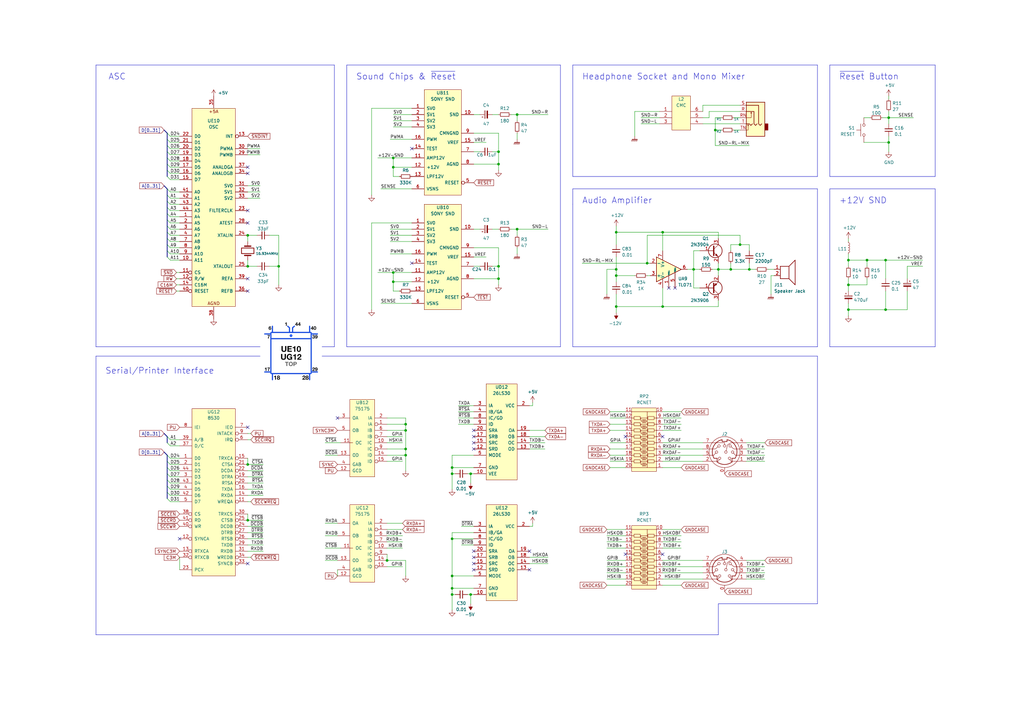
<source format=kicad_sch>
(kicad_sch (version 20230121) (generator eeschema)

  (uuid 8be6254f-b36f-4b3d-8099-cf0e1303f5e3)

  (paper "A3")

  (title_block
    (title "ROM & RAM Address Muxes")
    (date "2022-10-15")
    (rev "5")
    (company "Simplified by James Wood — j-w.co")
  )

  

  (junction (at 347.98 106.68) (diameter 0) (color 0 0 0 0)
    (uuid 033b481f-586d-46d8-b054-821e1a7653ed)
  )
  (junction (at 185.42 194.31) (diameter 0) (color 0 0 0 0)
    (uuid 090e1940-82b3-4fae-9e74-0cd6eeaeb2af)
  )
  (junction (at 158.75 229.87) (diameter 0) (color 0 0 0 0)
    (uuid 0ae71d49-9a3d-43c9-94e4-218b2e57a65e)
  )
  (junction (at 252.73 95.25) (diameter 0) (color 0 0 0 0)
    (uuid 141aa604-57f0-4f33-982c-38be88471748)
  )
  (junction (at 101.6 96.52) (diameter 0) (color 0 0 0 0)
    (uuid 1a92df53-fbe7-45c4-b6d4-2ddc08a555d1)
  )
  (junction (at 347.98 116.84) (diameter 0) (color 0 0 0 0)
    (uuid 1d27a01b-cb21-4b7b-8440-309f4bf27cc4)
  )
  (junction (at 204.47 67.31) (diameter 0) (color 0 0 0 0)
    (uuid 211848ef-3226-4fa3-b80c-ca99e900cefe)
  )
  (junction (at 252.73 110.49) (diameter 0) (color 0 0 0 0)
    (uuid 218a8670-fced-4f18-8335-e8b5b3295809)
  )
  (junction (at 161.29 111.76) (diameter 0) (color 0 0 0 0)
    (uuid 27cd3e7e-0362-46be-881d-c4ce15f2d671)
  )
  (junction (at 294.64 110.49) (diameter 0) (color 0 0 0 0)
    (uuid 3840c36b-47da-4991-915d-2f37f36e4b36)
  )
  (junction (at 303.53 100.33) (diameter 0) (color 0 0 0 0)
    (uuid 40bb89c2-80ab-4d0d-814e-25fb694e174d)
  )
  (junction (at 101.6 109.22) (diameter 0) (color 0 0 0 0)
    (uuid 4111549e-796b-4ecc-a9dd-413ecd21fa8f)
  )
  (junction (at 204.47 109.22) (diameter 0) (color 0 0 0 0)
    (uuid 529b06e4-09df-4e85-bd33-67a8cb4b33d7)
  )
  (junction (at 166.37 173.99) (diameter 0) (color 0 0 0 0)
    (uuid 55d67669-27a0-497f-9ba7-1dec0fc033fb)
  )
  (junction (at 161.29 115.57) (diameter 0) (color 0 0 0 0)
    (uuid 5aecae42-956d-4301-a836-f7006856c622)
  )
  (junction (at 185.42 243.84) (diameter 0) (color 0 0 0 0)
    (uuid 5bc0f663-5e19-46b2-8641-5c3a48265910)
  )
  (junction (at 284.48 110.49) (diameter 0) (color 0 0 0 0)
    (uuid 60fa3d7d-373a-43b4-96a9-8d4058af3ef8)
  )
  (junction (at 363.22 127) (diameter 0) (color 0 0 0 0)
    (uuid 65769781-fb6f-45f6-9897-2acccafd8db9)
  )
  (junction (at 166.37 176.53) (diameter 0) (color 0 0 0 0)
    (uuid 6581efea-2f07-4563-bc79-6785a445c8ef)
  )
  (junction (at 265.43 107.95) (diameter 0) (color 0 0 0 0)
    (uuid 6b474b4a-f481-48d5-906b-8b860c875244)
  )
  (junction (at 185.42 220.98) (diameter 0) (color 0 0 0 0)
    (uuid 6d26a45f-b759-42be-ac7f-68f466218ad4)
  )
  (junction (at 101.6 213.36) (diameter 0) (color 0 0 0 0)
    (uuid 718644f1-a063-464f-9e22-926c634f5a62)
  )
  (junction (at 185.42 191.77) (diameter 0) (color 0 0 0 0)
    (uuid 85b28623-1eeb-4f37-a521-77e09a91c1de)
  )
  (junction (at 101.6 190.5) (diameter 0) (color 0 0 0 0)
    (uuid 8b830220-75e8-4efc-aa70-db41f903dbe1)
  )
  (junction (at 204.47 62.23) (diameter 0) (color 0 0 0 0)
    (uuid 99702766-539c-4f95-972d-542129fb32a9)
  )
  (junction (at 166.37 184.15) (diameter 0) (color 0 0 0 0)
    (uuid 9a3d39ff-fabd-488f-9013-d09b2171d23c)
  )
  (junction (at 185.42 241.3) (diameter 0) (color 0 0 0 0)
    (uuid 9d3837ba-ab79-4df2-ad03-d3bfdc689a4a)
  )
  (junction (at 212.09 46.99) (diameter 0) (color 0 0 0 0)
    (uuid 9dd69190-969c-4ab1-a182-a18b6eeebe99)
  )
  (junction (at 271.78 125.73) (diameter 0) (color 0 0 0 0)
    (uuid a4d265a2-00a7-4a5c-a8a8-3842daeb9f9c)
  )
  (junction (at 114.3 109.22) (diameter 0) (color 0 0 0 0)
    (uuid a4da2a94-673c-44ed-902a-9aedfd81741a)
  )
  (junction (at 204.47 114.3) (diameter 0) (color 0 0 0 0)
    (uuid a8806a53-5120-4d2c-8eff-733f920fe8dd)
  )
  (junction (at 293.37 53.34) (diameter 0) (color 0 0 0 0)
    (uuid aed9da39-ae1c-45f0-a2cb-1d4ce674e7f2)
  )
  (junction (at 364.49 48.26) (diameter 0) (color 0 0 0 0)
    (uuid b49b128a-1af6-49dd-b67c-04ee599f94bf)
  )
  (junction (at 193.04 243.84) (diameter 0) (color 0 0 0 0)
    (uuid bcefcc36-734c-4810-9e86-8ab6fde6591b)
  )
  (junction (at 363.22 106.68) (diameter 0) (color 0 0 0 0)
    (uuid be73b321-cebd-46dc-ac4a-d75085c20643)
  )
  (junction (at 364.49 58.42) (diameter 0) (color 0 0 0 0)
    (uuid c20e0269-e124-4243-b2d8-042660672176)
  )
  (junction (at 299.72 110.49) (diameter 0) (color 0 0 0 0)
    (uuid c47e7127-1b0e-44ef-9692-ceebc5dc9a6c)
  )
  (junction (at 185.42 236.22) (diameter 0) (color 0 0 0 0)
    (uuid c5e6f945-8d09-4944-990c-17809b7bb62b)
  )
  (junction (at 161.29 64.77) (diameter 0) (color 0 0 0 0)
    (uuid d09ffd72-2ce9-43b0-942b-1b3d70e92e9a)
  )
  (junction (at 252.73 113.03) (diameter 0) (color 0 0 0 0)
    (uuid d3513b2e-0044-4d1a-a7ea-1c6fd1721139)
  )
  (junction (at 161.29 68.58) (diameter 0) (color 0 0 0 0)
    (uuid d46ce743-8eb1-41ad-90a6-5a2bc6a6b999)
  )
  (junction (at 252.73 125.73) (diameter 0) (color 0 0 0 0)
    (uuid d62ecf4b-6d1b-4424-b391-bcdbded366cb)
  )
  (junction (at 307.34 110.49) (diameter 0) (color 0 0 0 0)
    (uuid d65c9aaf-890b-4373-a398-a4e237a0dd8c)
  )
  (junction (at 212.09 93.98) (diameter 0) (color 0 0 0 0)
    (uuid d6d7eff5-5a30-4f5c-a58c-6b33753891c8)
  )
  (junction (at 166.37 186.69) (diameter 0) (color 0 0 0 0)
    (uuid dddadb74-1823-416d-ae92-ddd3f20d40f0)
  )
  (junction (at 271.78 95.25) (diameter 0) (color 0 0 0 0)
    (uuid e836f3ce-8cb8-4275-9dc6-1315b05adcf5)
  )
  (junction (at 355.6 106.68) (diameter 0) (color 0 0 0 0)
    (uuid f213a164-b9b5-493a-9589-ae5f59c1d849)
  )
  (junction (at 193.04 194.31) (diameter 0) (color 0 0 0 0)
    (uuid f66a1b87-c024-4c95-9c2f-9585535633d2)
  )
  (junction (at 347.98 127) (diameter 0) (color 0 0 0 0)
    (uuid ff7e4145-85ba-413c-8697-0a68eb1cdb72)
  )

  (no_connect (at 101.6 119.38) (uuid 0deef630-f407-48f7-bd87-1afa9a9ab14c))
  (no_connect (at 101.6 68.58) (uuid 1242106b-9de1-48bf-8668-ecee516a0aaf))
  (no_connect (at 101.6 231.14) (uuid 131d9387-eae3-4c6b-b6db-85b7b751c24b))
  (no_connect (at 271.78 179.07) (uuid 1b1603d6-c84e-4685-bd1b-303e0c29aab1))
  (no_connect (at 194.31 181.61) (uuid 21794608-f053-43f8-be4a-d3f3967ab5c6))
  (no_connect (at 194.31 233.68) (uuid 44367c75-5ca9-4d5b-8578-c7bcdd858f97))
  (no_connect (at 274.32 118.11) (uuid 48e12315-7a7d-49ee-b5b7-d579df464673))
  (no_connect (at 138.43 171.45) (uuid 5035fed6-f615-4413-b5b8-c560a3a6d7b6))
  (no_connect (at 101.6 86.36) (uuid 56093645-d0a3-4b03-a9a4-b499d627ff9b))
  (no_connect (at 276.86 118.11) (uuid 6995bf5d-177c-4d6f-a425-3ed4bac3d3d8))
  (no_connect (at 168.91 107.95) (uuid 7294a5ea-1625-42a0-bd4a-f86727692e4a))
  (no_connect (at 194.31 184.15) (uuid 80a46bf6-1778-452d-b8d8-b9611e48a1c2))
  (no_connect (at 217.17 226.06) (uuid 850a85fe-38ba-4599-8146-638f9f418866))
  (no_connect (at 194.31 176.53) (uuid 85c2dad3-1d5d-4e8b-95dc-32af656f87c9))
  (no_connect (at 194.31 228.6) (uuid a6604cea-2ede-42db-a85f-e7e892da9fda))
  (no_connect (at 194.31 179.07) (uuid ab309b90-a3a1-46a5-a340-99e53f97c633))
  (no_connect (at 73.66 220.98) (uuid aecf755f-803b-441e-b6a1-8e221b690f9c))
  (no_connect (at 256.54 179.07) (uuid b0df487a-ca36-45c9-a2b4-73341d0bfd09))
  (no_connect (at 168.91 60.96) (uuid b279ca4c-e8b6-47dc-bfe7-ac38d6a69ca6))
  (no_connect (at 194.31 226.06) (uuid d17e51f2-86d3-4dfa-b1ef-6f71cda06e04))
  (no_connect (at 217.17 233.68) (uuid d3edf300-7637-414e-aa58-d31c7f3caf19))
  (no_connect (at 194.31 231.14) (uuid d5bc3b36-55ec-42d4-a189-47fa9a2bc235))
  (no_connect (at 256.54 227.33) (uuid d9ecb211-5716-48c2-8f88-91ccb34a31bc))
  (no_connect (at 101.6 71.12) (uuid e3eb4640-08b5-4838-8e4a-52baa80471e1))
  (no_connect (at 101.6 175.26) (uuid f2389c74-47fc-40e5-a443-0dd259e17aa2))
  (no_connect (at 271.78 227.33) (uuid f35d7fae-d0a7-4e03-826d-076836c328ba))
  (no_connect (at 101.6 114.3) (uuid fc3bc506-f64b-445f-9c7d-17ad42bf070a))
  (no_connect (at 101.6 91.44) (uuid ff6ae0b7-736d-4844-9c47-e3db3e16b59c))

  (bus_entry (at 68.58 179.07) (size 1.27 1.27)
    (stroke (width 0) (type default))
    (uuid 0288c952-32bf-431c-91b8-c11cc254d7ec)
  )
  (bus_entry (at 68.58 54.61) (size 1.27 1.27)
    (stroke (width 0) (type default))
    (uuid 0aedd6ef-a9d2-4f56-8add-2f25e10b284d)
  )
  (bus_entry (at 68.58 90.17) (size 1.27 1.27)
    (stroke (width 0) (type default))
    (uuid 13f187e7-269a-478e-bf34-ea002208fca6)
  )
  (bus_entry (at 68.58 189.23) (size 1.27 1.27)
    (stroke (width 0) (type default))
    (uuid 1577bda9-b044-4447-8029-b7a1641507de)
  )
  (bus_entry (at 68.58 204.47) (size 1.27 1.27)
    (stroke (width 0) (type default))
    (uuid 1a2aa612-dbc0-466e-ae29-576f919cd509)
  )
  (bus_entry (at 68.58 181.61) (size 1.27 1.27)
    (stroke (width 0) (type default))
    (uuid 1b93bfd7-a56b-4ce2-a368-c8670953a4bb)
  )
  (bus_entry (at 68.58 186.69) (size 1.27 1.27)
    (stroke (width 0) (type default))
    (uuid 1ebc8a6d-523f-43ae-a6d6-9e91db7eab3b)
  )
  (bus_entry (at 68.58 80.01) (size 1.27 1.27)
    (stroke (width 0) (type default))
    (uuid 2707ab9c-3dea-4651-87c5-9163de97c104)
  )
  (bus_entry (at 68.58 97.79) (size 1.27 1.27)
    (stroke (width 0) (type default))
    (uuid 32ce2e21-06bd-487d-b3ec-804ea76410e1)
  )
  (bus_entry (at 68.58 102.87) (size 1.27 1.27)
    (stroke (width 0) (type default))
    (uuid 3f381376-9898-4827-8093-c492fe3e71a2)
  )
  (bus_entry (at 68.58 77.47) (size 1.27 1.27)
    (stroke (width 0) (type default))
    (uuid 4d9e45a6-a6f4-4001-893b-feb583406892)
  )
  (bus_entry (at 68.58 95.25) (size 1.27 1.27)
    (stroke (width 0) (type default))
    (uuid 5e26e182-f817-4667-b046-36f4e2819bcf)
  )
  (bus_entry (at 68.58 64.77) (size 1.27 1.27)
    (stroke (width 0) (type default))
    (uuid 5e2f858b-bec1-4ac4-a01b-5f078d753ac1)
  )
  (bus_entry (at 68.58 105.41) (size 1.27 1.27)
    (stroke (width 0) (type default))
    (uuid 76068db2-1d05-4a1f-b0c2-d9b2f27cc512)
  )
  (bus_entry (at 68.58 82.55) (size 1.27 1.27)
    (stroke (width 0) (type default))
    (uuid 7854401a-0b1f-4467-b78a-3cd1ea9715b2)
  )
  (bus_entry (at 68.58 59.69) (size 1.27 1.27)
    (stroke (width 0) (type default))
    (uuid 81395325-501f-42fb-9115-8af5d92bfb90)
  )
  (bus_entry (at 68.58 62.23) (size 1.27 1.27)
    (stroke (width 0) (type default))
    (uuid 829b9851-14d5-433b-bed3-e151c5bf99b4)
  )
  (bus_entry (at 68.58 196.85) (size 1.27 1.27)
    (stroke (width 0) (type default))
    (uuid 86e9bd3c-27be-4093-97ca-9a241a56789c)
  )
  (bus_entry (at 68.58 191.77) (size 1.27 1.27)
    (stroke (width 0) (type default))
    (uuid 93b35d30-863a-4dfe-abc6-383a399f4fd9)
  )
  (bus_entry (at 68.58 201.93) (size 1.27 1.27)
    (stroke (width 0) (type default))
    (uuid b4c8b93f-f84d-4625-b0d5-c1596a09c329)
  )
  (bus_entry (at 68.58 57.15) (size 1.27 1.27)
    (stroke (width 0) (type default))
    (uuid b7735e44-39d4-4045-92d9-5d7d7561eb02)
  )
  (bus_entry (at 68.58 92.71) (size 1.27 1.27)
    (stroke (width 0) (type default))
    (uuid b8a4e666-faf5-418f-a1f1-e9d6d015699a)
  )
  (bus_entry (at 68.58 100.33) (size 1.27 1.27)
    (stroke (width 0) (type default))
    (uuid b9b126d8-f766-46de-9673-4cca3d91fe9d)
  )
  (bus_entry (at 68.58 69.85) (size 1.27 1.27)
    (stroke (width 0) (type default))
    (uuid bd1a153c-3096-4904-af92-33d8b1fb4b03)
  )
  (bus_entry (at 68.58 199.39) (size 1.27 1.27)
    (stroke (width 0) (type default))
    (uuid c7214697-7544-49db-9877-1bc74f4f2663)
  )
  (bus_entry (at 68.58 72.39) (size 1.27 1.27)
    (stroke (width 0) (type default))
    (uuid cd167d95-4393-449a-95d6-e1d5eedfdb76)
  )
  (bus_entry (at 68.58 87.63) (size 1.27 1.27)
    (stroke (width 0) (type default))
    (uuid da9675c6-1689-4935-b913-d80b9d8f7412)
  )
  (bus_entry (at 68.58 194.31) (size 1.27 1.27)
    (stroke (width 0) (type default))
    (uuid e2132c6d-78c4-4a24-b2a5-d68ef0b67cf4)
  )
  (bus_entry (at 68.58 67.31) (size 1.27 1.27)
    (stroke (width 0) (type default))
    (uuid e3c30b81-0d71-4583-a111-3bfd0179412b)
  )
  (bus_entry (at 68.58 85.09) (size 1.27 1.27)
    (stroke (width 0) (type default))
    (uuid e5be3f92-da96-4055-82d2-8895b4686bf7)
  )

  (wire (pts (xy 284.48 110.49) (xy 287.02 110.49))
    (stroke (width 0) (type default))
    (uuid 0121711d-a734-4603-8c6a-b2525cd0d3cd)
  )
  (wire (pts (xy 294.64 125.73) (xy 294.64 123.19))
    (stroke (width 0) (type default))
    (uuid 0293ac24-48e9-4b16-a636-97f1dd940580)
  )
  (wire (pts (xy 194.31 67.31) (xy 204.47 67.31))
    (stroke (width 0) (type default))
    (uuid 02b98d6b-32a6-4f38-86fc-9299a6930389)
  )
  (wire (pts (xy 166.37 186.69) (xy 166.37 193.04))
    (stroke (width 0) (type default))
    (uuid 02fa1b6c-6b73-44f5-b43b-79a0dcd50b64)
  )
  (wire (pts (xy 212.09 46.99) (xy 224.79 46.99))
    (stroke (width 0) (type default))
    (uuid 0344ca07-8092-46b0-8ad6-3f42ecbabadb)
  )
  (wire (pts (xy 138.43 219.71) (xy 133.35 219.71))
    (stroke (width 0) (type default))
    (uuid 036e90a5-b789-4bfc-b362-2f7573f66db6)
  )
  (polyline (pts (xy 39.37 142.24) (xy 39.37 26.67))
    (stroke (width 0) (type default))
    (uuid 03839af6-d887-410a-b2fe-5e269a965064)
  )

  (wire (pts (xy 212.09 57.15) (xy 212.09 54.61))
    (stroke (width 0) (type default))
    (uuid 0417cd60-8dc1-49b4-b349-783127b41c97)
  )
  (bus (pts (xy 68.58 54.61) (xy 68.58 57.15))
    (stroke (width 0) (type default))
    (uuid 045efb7c-fda9-41d9-86af-dce416e99f71)
  )

  (wire (pts (xy 217.17 184.15) (xy 223.52 184.15))
    (stroke (width 0) (type default))
    (uuid 04b4b007-de6d-45d1-bee2-2f8c1e547fc3)
  )
  (wire (pts (xy 284.48 102.87) (xy 287.02 102.87))
    (stroke (width 0) (type default))
    (uuid 057c46cf-b770-4dc3-89e8-4693bcfa8b03)
  )
  (wire (pts (xy 347.98 116.84) (xy 347.98 114.3))
    (stroke (width 0) (type default))
    (uuid 05eb0f3c-0c94-4dab-ae7e-15ff00d616a8)
  )
  (wire (pts (xy 185.42 191.77) (xy 194.31 191.77))
    (stroke (width 0) (type default))
    (uuid 063eb706-9afd-4e63-a953-0df04eac4aa8)
  )
  (wire (pts (xy 294.64 107.95) (xy 294.64 110.49))
    (stroke (width 0) (type default))
    (uuid 06933d06-73ab-4a5b-bfc6-c55877db267d)
  )
  (wire (pts (xy 101.6 60.96) (xy 106.68 60.96))
    (stroke (width 0) (type default))
    (uuid 06d73dcb-83b3-48b7-8821-8b565d563e2c)
  )
  (wire (pts (xy 317.5 110.49) (xy 314.96 110.49))
    (stroke (width 0) (type default))
    (uuid 07054439-93b6-420a-8c8a-39c01bbf07bd)
  )
  (wire (pts (xy 279.4 240.03) (xy 271.78 240.03))
    (stroke (width 0) (type default))
    (uuid 0830f67c-aa0f-42a2-ac46-fcefe05dbcc6)
  )
  (wire (pts (xy 165.1 219.71) (xy 158.75 219.71))
    (stroke (width 0) (type default))
    (uuid 087bbfa7-edb9-4979-8f99-c22ef419de39)
  )
  (wire (pts (xy 212.09 93.98) (xy 209.55 93.98))
    (stroke (width 0) (type default))
    (uuid 088bb481-617e-454f-b4fb-2babbb562863)
  )
  (wire (pts (xy 294.64 110.49) (xy 299.72 110.49))
    (stroke (width 0) (type default))
    (uuid 09cc3823-5067-4c2b-9dda-cfe6dc59975c)
  )
  (polyline (pts (xy 335.28 142.24) (xy 234.95 142.24))
    (stroke (width 0) (type default))
    (uuid 0a8f712c-d8bf-4452-8716-a9a8d514482a)
  )

  (wire (pts (xy 347.98 127) (xy 363.22 127))
    (stroke (width 0) (type default))
    (uuid 0ac867a5-7974-4a11-ad41-9ef50acede5d)
  )
  (wire (pts (xy 194.31 54.61) (xy 204.47 54.61))
    (stroke (width 0) (type default))
    (uuid 0b29d2c0-4922-4e00-acca-592f4ee07aad)
  )
  (polyline (pts (xy 340.36 26.67) (xy 340.36 72.39))
    (stroke (width 0) (type default))
    (uuid 0b5cd8dd-03ea-4c07-9a5a-36370df273bb)
  )

  (wire (pts (xy 303.53 43.18) (xy 288.29 43.18))
    (stroke (width 0) (type default))
    (uuid 0be90472-ec37-42b4-8d6d-840ea56ebf2d)
  )
  (wire (pts (xy 101.6 190.5) (xy 107.95 190.5))
    (stroke (width 0) (type default))
    (uuid 0bfe31c6-cf38-4942-a4a9-63358186a656)
  )
  (wire (pts (xy 355.6 106.68) (xy 355.6 109.22))
    (stroke (width 0) (type default))
    (uuid 0c7a6471-5d73-4b4e-b19d-f6e645336313)
  )
  (polyline (pts (xy 234.95 72.39) (xy 335.28 72.39))
    (stroke (width 0) (type default))
    (uuid 0cd64365-872d-40b0-a2d8-5889d93292b8)
  )

  (wire (pts (xy 158.75 229.87) (xy 166.37 229.87))
    (stroke (width 0) (type default))
    (uuid 0dfb00ac-50b2-4391-ba7f-41adce982582)
  )
  (wire (pts (xy 204.47 46.99) (xy 201.93 46.99))
    (stroke (width 0) (type default))
    (uuid 0f8454a0-4423-40b1-83af-262440fef71b)
  )
  (wire (pts (xy 101.6 215.9) (xy 107.95 215.9))
    (stroke (width 0) (type default))
    (uuid 116932fe-9885-431d-8ac0-c0e19c03a218)
  )
  (wire (pts (xy 158.75 171.45) (xy 166.37 171.45))
    (stroke (width 0) (type default))
    (uuid 133acfff-bf83-4b08-82ad-88eaf1ecca50)
  )
  (wire (pts (xy 165.1 214.63) (xy 158.75 214.63))
    (stroke (width 0) (type default))
    (uuid 13aa6ac6-54ed-40df-a1f6-195e18531ccb)
  )
  (wire (pts (xy 168.91 115.57) (xy 161.29 115.57))
    (stroke (width 0) (type default))
    (uuid 145549aa-6144-4e62-830c-610240d5a956)
  )
  (wire (pts (xy 185.42 194.31) (xy 186.69 194.31))
    (stroke (width 0) (type default))
    (uuid 14c25208-e304-4267-9ccf-105e462d435e)
  )
  (wire (pts (xy 364.49 45.72) (xy 364.49 48.26))
    (stroke (width 0) (type default))
    (uuid 167b333c-08df-4245-8125-36129306bf3c)
  )
  (wire (pts (xy 294.64 95.25) (xy 294.64 97.79))
    (stroke (width 0) (type default))
    (uuid 180e9aef-c365-4d9f-89f5-77e26b2a0ec1)
  )
  (wire (pts (xy 73.66 193.04) (xy 69.85 193.04))
    (stroke (width 0) (type default))
    (uuid 187679f9-b689-40e3-8e60-1605dbbd1df6)
  )
  (wire (pts (xy 271.78 181.61) (xy 288.29 181.61))
    (stroke (width 0) (type default))
    (uuid 1a74c787-d222-477f-a4cf-6bb01d7cb346)
  )
  (wire (pts (xy 158.75 217.17) (xy 165.1 217.17))
    (stroke (width 0) (type default))
    (uuid 1a8963b3-299c-4c2c-957b-56418581c7db)
  )
  (polyline (pts (xy 132.08 142.24) (xy 137.16 142.24))
    (stroke (width 0) (type default))
    (uuid 1b39fcd3-f44c-44b8-b1ee-2b1361965701)
  )

  (wire (pts (xy 168.91 44.45) (xy 152.4 44.45))
    (stroke (width 0) (type default))
    (uuid 1b479177-cdef-497a-a3f2-1b57e2f1f896)
  )
  (wire (pts (xy 166.37 176.53) (xy 166.37 184.15))
    (stroke (width 0) (type default))
    (uuid 1b6c8fe6-f0ca-408e-82e4-170ff388fb3b)
  )
  (wire (pts (xy 69.85 73.66) (xy 73.66 73.66))
    (stroke (width 0) (type default))
    (uuid 1b7bc82a-748c-47e4-8148-1a6cb1115780)
  )
  (polyline (pts (xy 234.95 83.82) (xy 234.95 77.47))
    (stroke (width 0) (type default))
    (uuid 1cdf2dfe-b983-4f52-bb99-d7b3c151322d)
  )

  (wire (pts (xy 160.02 96.52) (xy 168.91 96.52))
    (stroke (width 0) (type default))
    (uuid 1d73cb2b-b5df-4086-a04f-643b4abdea31)
  )
  (wire (pts (xy 158.75 189.23) (xy 165.1 189.23))
    (stroke (width 0) (type default))
    (uuid 1d781469-53ad-4907-bde1-b34e2431fd76)
  )
  (wire (pts (xy 248.92 224.79) (xy 256.54 224.79))
    (stroke (width 0) (type default))
    (uuid 1d7a4f72-e723-41dc-be2f-e30b63d9067e)
  )
  (polyline (pts (xy 340.36 77.47) (xy 383.54 77.47))
    (stroke (width 0) (type default))
    (uuid 1dee8eec-7300-4ba4-a7b6-7d76fcdb9107)
  )

  (wire (pts (xy 252.73 113.03) (xy 260.35 113.03))
    (stroke (width 0) (type default))
    (uuid 1e3121ef-0019-409b-bb3e-4c151e2daaa8)
  )
  (wire (pts (xy 101.6 218.44) (xy 107.95 218.44))
    (stroke (width 0) (type default))
    (uuid 1f246dff-b5eb-4d13-a561-9caae02a6967)
  )
  (wire (pts (xy 306.07 189.23) (xy 313.69 189.23))
    (stroke (width 0) (type default))
    (uuid 2002e420-b047-4ccd-8cf1-5d71012a4556)
  )
  (wire (pts (xy 193.04 243.84) (xy 193.04 247.65))
    (stroke (width 0) (type default))
    (uuid 20303edd-c7f5-4d7e-a546-56aef614197b)
  )
  (wire (pts (xy 69.85 198.12) (xy 73.66 198.12))
    (stroke (width 0) (type default))
    (uuid 20485ca3-01d9-4b47-8272-2c2d64a21e32)
  )
  (wire (pts (xy 252.73 113.03) (xy 252.73 110.49))
    (stroke (width 0) (type default))
    (uuid 208c9235-80d0-43cd-8513-4d47ae6211b4)
  )
  (wire (pts (xy 69.85 182.88) (xy 73.66 182.88))
    (stroke (width 0) (type default))
    (uuid 20dc5be9-8ab1-48d9-b283-71dbf3363346)
  )
  (wire (pts (xy 265.43 107.95) (xy 266.7 107.95))
    (stroke (width 0) (type default))
    (uuid 211f2d27-bdfe-4303-8907-20670dd0c781)
  )
  (wire (pts (xy 299.72 100.33) (xy 299.72 102.87))
    (stroke (width 0) (type default))
    (uuid 2153bbeb-42c1-41cd-967e-ba840b4cbb92)
  )
  (wire (pts (xy 73.66 228.6) (xy 73.66 233.68))
    (stroke (width 0) (type default))
    (uuid 221301c0-8458-4e90-bc21-945562f7015a)
  )
  (wire (pts (xy 260.35 45.72) (xy 260.35 55.88))
    (stroke (width 0) (type default))
    (uuid 228f6117-878b-4863-ace1-4de56f2f23a8)
  )
  (wire (pts (xy 73.66 88.9) (xy 69.85 88.9))
    (stroke (width 0) (type default))
    (uuid 230afde0-3b29-4d9d-a659-002e99974798)
  )
  (wire (pts (xy 288.29 43.18) (xy 288.29 45.72))
    (stroke (width 0) (type default))
    (uuid 23a1ae1d-65bd-4179-9f06-6ca209218086)
  )
  (wire (pts (xy 307.34 110.49) (xy 309.88 110.49))
    (stroke (width 0) (type default))
    (uuid 23b14b02-bcdd-49d3-a4a8-3b985ce5516f)
  )
  (wire (pts (xy 204.47 62.23) (xy 204.47 67.31))
    (stroke (width 0) (type default))
    (uuid 23bdf056-de2a-4b14-a15c-cc193d3fff5d)
  )
  (bus (pts (xy 68.58 189.23) (xy 68.58 191.77))
    (stroke (width 0) (type default))
    (uuid 2436d5e0-38af-4c6b-bb2a-ae4605084fcf)
  )

  (polyline (pts (xy 335.28 146.05) (xy 335.28 247.65))
    (stroke (width 0) (type default))
    (uuid 266bfc97-dc16-4b18-a5ef-ea5add2eb44d)
  )

  (wire (pts (xy 306.07 181.61) (xy 313.69 181.61))
    (stroke (width 0) (type default))
    (uuid 269040f0-49ba-4845-8aa4-40993cd592e1)
  )
  (bus (pts (xy 68.58 199.39) (xy 68.58 201.93))
    (stroke (width 0) (type default))
    (uuid 26a56a8d-614d-4a9a-b3a6-59d1deb29008)
  )

  (wire (pts (xy 265.43 107.95) (xy 265.43 96.52))
    (stroke (width 0) (type default))
    (uuid 27418a82-282c-4967-a59b-3546288213b2)
  )
  (wire (pts (xy 363.22 106.68) (xy 378.46 106.68))
    (stroke (width 0) (type default))
    (uuid 27ff73dd-8712-4350-8582-5156f8c4ca16)
  )
  (wire (pts (xy 73.66 83.82) (xy 69.85 83.82))
    (stroke (width 0) (type default))
    (uuid 28baa0a0-398f-468c-860f-a80722584f5f)
  )
  (polyline (pts (xy 234.95 77.47) (xy 335.28 77.47))
    (stroke (width 0) (type default))
    (uuid 290e6c31-0cab-4c9e-9021-c9722c6ec56c)
  )
  (polyline (pts (xy 340.36 77.47) (xy 340.36 142.24))
    (stroke (width 0) (type default))
    (uuid 295e3afd-d878-48ee-a65a-9a3f21cc4427)
  )

  (bus (pts (xy 67.31 53.34) (xy 68.58 54.61))
    (stroke (width 0) (type default))
    (uuid 29d998e1-7430-412f-8ef5-3309125e0de3)
  )

  (wire (pts (xy 212.09 93.98) (xy 224.79 93.98))
    (stroke (width 0) (type default))
    (uuid 29e63864-d479-4d2b-b964-f8dcf6a82822)
  )
  (polyline (pts (xy 39.37 142.24) (xy 106.68 142.24))
    (stroke (width 0) (type default))
    (uuid 2b123256-dfbe-4b72-a09b-6bb36543e9a1)
  )

  (wire (pts (xy 73.66 91.44) (xy 69.85 91.44))
    (stroke (width 0) (type default))
    (uuid 2b421171-4731-4125-8179-4f13446d48ca)
  )
  (wire (pts (xy 293.37 53.34) (xy 295.91 53.34))
    (stroke (width 0) (type default))
    (uuid 2c4ea803-549a-411e-8427-7e1d75cb5dbc)
  )
  (wire (pts (xy 73.66 195.58) (xy 69.85 195.58))
    (stroke (width 0) (type default))
    (uuid 2c54b243-1f34-4f55-85d5-31f12dc8f2ff)
  )
  (wire (pts (xy 187.96 166.37) (xy 194.31 166.37))
    (stroke (width 0) (type default))
    (uuid 2c68463c-6593-4638-95b5-b6f954e8cf22)
  )
  (wire (pts (xy 101.6 210.82) (xy 101.6 213.36))
    (stroke (width 0) (type default))
    (uuid 2db4a1bd-a2e2-42ea-8b3a-253b0cee4088)
  )
  (bus (pts (xy 68.58 69.85) (xy 68.58 72.39))
    (stroke (width 0) (type default))
    (uuid 2dc18aee-63e6-4864-b6aa-14c1561a4cbd)
  )

  (wire (pts (xy 102.87 228.6) (xy 101.6 228.6))
    (stroke (width 0) (type default))
    (uuid 2e2a731d-9798-4423-b7da-b6be8008bcfd)
  )
  (wire (pts (xy 101.6 203.2) (xy 107.95 203.2))
    (stroke (width 0) (type default))
    (uuid 2e78cf3a-0f39-447f-944d-cf7ab8faa250)
  )
  (wire (pts (xy 187.96 173.99) (xy 194.31 173.99))
    (stroke (width 0) (type default))
    (uuid 2f097e92-3a19-423a-aeab-502eafb845cd)
  )
  (wire (pts (xy 161.29 64.77) (xy 168.91 64.77))
    (stroke (width 0) (type default))
    (uuid 2f2535e1-bbce-4148-92eb-8907c7c2647b)
  )
  (wire (pts (xy 347.98 116.84) (xy 355.6 116.84))
    (stroke (width 0) (type default))
    (uuid 2f34e453-5e0b-4421-b5e1-c5c855499344)
  )
  (wire (pts (xy 185.42 194.31) (xy 185.42 200.66))
    (stroke (width 0) (type default))
    (uuid 2fb5b136-9e17-44fd-8419-3b6cdf320370)
  )
  (polyline (pts (xy 335.28 77.47) (xy 335.28 142.24))
    (stroke (width 0) (type default))
    (uuid 2fdad431-6eaa-433c-a4b6-1d6912469655)
  )

  (wire (pts (xy 262.89 48.26) (xy 270.51 48.26))
    (stroke (width 0) (type default))
    (uuid 3117a3ef-e316-46df-a372-c5e720d4f152)
  )
  (wire (pts (xy 279.4 224.79) (xy 271.78 224.79))
    (stroke (width 0) (type default))
    (uuid 3185fb3f-a93b-49cd-b80e-fd2a735a7dec)
  )
  (wire (pts (xy 73.66 66.04) (xy 69.85 66.04))
    (stroke (width 0) (type default))
    (uuid 32226cae-c592-4a22-a431-ea59833d7559)
  )
  (wire (pts (xy 279.4 168.91) (xy 271.78 168.91))
    (stroke (width 0) (type default))
    (uuid 324cc524-baa6-4ac9-ba4a-da633f1b6856)
  )
  (wire (pts (xy 316.23 113.03) (xy 317.5 113.03))
    (stroke (width 0) (type default))
    (uuid 32751ce2-0f36-49dd-a482-5329cd18e694)
  )
  (wire (pts (xy 271.78 125.73) (xy 294.64 125.73))
    (stroke (width 0) (type default))
    (uuid 32e98ae8-3bb0-4778-88f5-8393c3370fa4)
  )
  (wire (pts (xy 158.75 173.99) (xy 166.37 173.99))
    (stroke (width 0) (type default))
    (uuid 33b9c301-b40a-4781-b13b-ef37e7b2e0f7)
  )
  (bus (pts (xy 68.58 186.69) (xy 68.58 189.23))
    (stroke (width 0) (type default))
    (uuid 34410c7f-b9f5-45b9-ba1b-a749903498c1)
  )

  (wire (pts (xy 290.83 45.72) (xy 290.83 48.26))
    (stroke (width 0) (type default))
    (uuid 356d6b90-2b3b-4c90-b9a4-d30f519e829b)
  )
  (wire (pts (xy 271.78 95.25) (xy 294.64 95.25))
    (stroke (width 0) (type default))
    (uuid 36bbaf04-9039-43c0-80e7-e2db38ea584e)
  )
  (wire (pts (xy 166.37 171.45) (xy 166.37 173.99))
    (stroke (width 0) (type default))
    (uuid 372f69cc-ca93-42c5-91ea-0c25317166f5)
  )
  (wire (pts (xy 363.22 127) (xy 372.11 127))
    (stroke (width 0) (type default))
    (uuid 373a78e2-9682-46fd-b537-3e2604f4d763)
  )
  (bus (pts (xy 68.58 85.09) (xy 68.58 87.63))
    (stroke (width 0) (type default))
    (uuid 377c8d08-1740-4884-861e-6815144cdb75)
  )

  (wire (pts (xy 163.83 119.38) (xy 161.29 119.38))
    (stroke (width 0) (type default))
    (uuid 37ce6eee-2ea6-48ad-a040-9b145543c05b)
  )
  (wire (pts (xy 260.35 45.72) (xy 270.51 45.72))
    (stroke (width 0) (type default))
    (uuid 38d49d18-7f28-4069-8aed-e2bd2105179e)
  )
  (wire (pts (xy 106.68 76.2) (xy 101.6 76.2))
    (stroke (width 0) (type default))
    (uuid 38fcca3c-e1e9-4efe-85f3-bbd7d7331731)
  )
  (wire (pts (xy 152.4 91.44) (xy 152.4 127))
    (stroke (width 0) (type default))
    (uuid 39523aa3-42d0-4169-a829-f0476bb9c3e4)
  )
  (wire (pts (xy 160.02 57.15) (xy 168.91 57.15))
    (stroke (width 0) (type default))
    (uuid 39751d72-7bb3-4e82-93db-e6e35f5be24e)
  )
  (wire (pts (xy 194.31 109.22) (xy 196.85 109.22))
    (stroke (width 0) (type default))
    (uuid 3a93b2ad-94d7-451b-9b2d-23d5b9668d89)
  )
  (wire (pts (xy 347.98 106.68) (xy 355.6 106.68))
    (stroke (width 0) (type default))
    (uuid 3ad7e613-b003-4458-9d70-e16f72cbced8)
  )
  (wire (pts (xy 165.1 224.79) (xy 158.75 224.79))
    (stroke (width 0) (type default))
    (uuid 3c121c16-41ce-4acb-b76f-3f9685efb7b1)
  )
  (wire (pts (xy 248.92 110.49) (xy 248.92 120.65))
    (stroke (width 0) (type default))
    (uuid 3c260cd4-07ee-4510-b6ca-f1432b5812b6)
  )
  (wire (pts (xy 271.78 184.15) (xy 288.29 184.15))
    (stroke (width 0) (type default))
    (uuid 3caa206d-aa91-4e0f-8c11-84d226fe91e5)
  )
  (wire (pts (xy 133.35 186.69) (xy 138.43 186.69))
    (stroke (width 0) (type default))
    (uuid 3fdbb195-acf8-4de2-8893-2ed257853a8c)
  )
  (wire (pts (xy 354.33 48.26) (xy 356.87 48.26))
    (stroke (width 0) (type default))
    (uuid 400c2859-e253-401d-b005-9f522b188fa4)
  )
  (wire (pts (xy 73.66 190.5) (xy 69.85 190.5))
    (stroke (width 0) (type default))
    (uuid 40207c66-4447-49d1-aa9d-d0a0ee5b09b2)
  )
  (wire (pts (xy 73.66 114.3) (xy 72.39 114.3))
    (stroke (width 0) (type default))
    (uuid 409684b6-1ad7-474d-a64c-f9ee583e0282)
  )
  (polyline (pts (xy 234.95 83.82) (xy 234.95 142.24))
    (stroke (width 0) (type default))
    (uuid 40ec57d3-8f67-46f0-b315-d30cb47f8f83)
  )

  (wire (pts (xy 250.19 191.77) (xy 256.54 191.77))
    (stroke (width 0) (type default))
    (uuid 4125e7e9-f1cc-464e-a118-c2703023d5c4)
  )
  (wire (pts (xy 161.29 115.57) (xy 161.29 111.76))
    (stroke (width 0) (type default))
    (uuid 416c91fd-e9aa-42aa-87fe-8031a65ec256)
  )
  (wire (pts (xy 300.99 48.26) (xy 303.53 48.26))
    (stroke (width 0) (type default))
    (uuid 41cc1d3e-5ae0-4f07-b88a-b94183c2669f)
  )
  (wire (pts (xy 347.98 109.22) (xy 347.98 106.68))
    (stroke (width 0) (type default))
    (uuid 4279b748-c4e7-4336-ac88-76724b31e977)
  )
  (wire (pts (xy 217.17 181.61) (xy 223.52 181.61))
    (stroke (width 0) (type default))
    (uuid 433dd7f8-6ede-454b-bb1d-812322662938)
  )
  (wire (pts (xy 158.75 184.15) (xy 166.37 184.15))
    (stroke (width 0) (type default))
    (uuid 44e5d89d-ad17-4396-a7ce-71d8f0f14367)
  )
  (polyline (pts (xy 137.16 142.24) (xy 137.16 26.67))
    (stroke (width 0) (type default))
    (uuid 454003d9-5a4c-4416-a439-0aaebf5a2a64)
  )

  (wire (pts (xy 256.54 168.91) (xy 250.19 168.91))
    (stroke (width 0) (type default))
    (uuid 45a7ef55-4fc0-4e4e-be34-3b307d35c4fe)
  )
  (wire (pts (xy 160.02 99.06) (xy 168.91 99.06))
    (stroke (width 0) (type default))
    (uuid 46d0624d-27ff-4d28-b261-87123d8b1f78)
  )
  (wire (pts (xy 364.49 39.37) (xy 364.49 40.64))
    (stroke (width 0) (type default))
    (uuid 484773a3-673f-4d0b-b252-01ca38a8aad1)
  )
  (polyline (pts (xy 383.54 77.47) (xy 383.54 142.24))
    (stroke (width 0) (type default))
    (uuid 48977c82-20f3-44f3-ba16-bb14a977fc28)
  )

  (bus (pts (xy 68.58 191.77) (xy 68.58 194.31))
    (stroke (width 0) (type default))
    (uuid 48f5edac-5cda-4363-9cb2-480d927de03a)
  )

  (wire (pts (xy 256.54 219.71) (xy 248.92 219.71))
    (stroke (width 0) (type default))
    (uuid 4967c518-f54d-4039-a5b4-9891a010eb49)
  )
  (wire (pts (xy 307.34 100.33) (xy 307.34 102.87))
    (stroke (width 0) (type default))
    (uuid 4984bbef-a8ec-456d-b63e-e19a22c9e5d0)
  )
  (wire (pts (xy 201.93 109.22) (xy 204.47 109.22))
    (stroke (width 0) (type default))
    (uuid 4a9e078c-5a26-492d-9603-4ce49c7aa535)
  )
  (wire (pts (xy 196.85 62.23) (xy 194.31 62.23))
    (stroke (width 0) (type default))
    (uuid 4b223245-2c93-4014-acc2-a25fbde8f050)
  )
  (wire (pts (xy 161.29 68.58) (xy 161.29 72.39))
    (stroke (width 0) (type default))
    (uuid 4beebd20-5b80-441c-a86c-c33d1c873418)
  )
  (wire (pts (xy 166.37 229.87) (xy 166.37 236.22))
    (stroke (width 0) (type default))
    (uuid 4cd54b4d-e4da-4f0a-ab1e-bd2955ec846c)
  )
  (wire (pts (xy 292.1 110.49) (xy 294.64 110.49))
    (stroke (width 0) (type default))
    (uuid 4d7a04f1-e2e8-4f0b-a416-0c37dffe6f98)
  )
  (wire (pts (xy 363.22 119.38) (xy 363.22 127))
    (stroke (width 0) (type default))
    (uuid 4e3d4dbc-b38e-4011-97b2-d4f79243d9d9)
  )
  (polyline (pts (xy 39.37 260.35) (xy 39.37 146.05))
    (stroke (width 0) (type default))
    (uuid 4e9a9918-d752-47fd-821c-8a770bb80164)
  )

  (wire (pts (xy 256.54 184.15) (xy 250.19 184.15))
    (stroke (width 0) (type default))
    (uuid 4ea02c49-a265-4007-9ca3-953fe2962249)
  )
  (wire (pts (xy 279.4 171.45) (xy 271.78 171.45))
    (stroke (width 0) (type default))
    (uuid 4f8fbbe9-bfe8-4be3-b905-974dfd4a1fae)
  )
  (wire (pts (xy 299.72 110.49) (xy 307.34 110.49))
    (stroke (width 0) (type default))
    (uuid 4fccc6d4-3451-4bab-8200-a5422450cedb)
  )
  (wire (pts (xy 294.64 113.03) (xy 294.64 110.49))
    (stroke (width 0) (type default))
    (uuid 4ff10490-d27a-44e6-8209-adb0f8fde819)
  )
  (bus (pts (xy 68.58 80.01) (xy 68.58 82.55))
    (stroke (width 0) (type default))
    (uuid 517668b0-15e4-4b0c-8718-f146cc3abb05)
  )

  (wire (pts (xy 224.79 231.14) (xy 217.17 231.14))
    (stroke (width 0) (type default))
    (uuid 517af87e-8d29-4bbe-93c9-22d9c61a56c2)
  )
  (bus (pts (xy 68.58 95.25) (xy 68.58 97.79))
    (stroke (width 0) (type default))
    (uuid 523fa3c9-1064-4d87-9e34-18d5160dd435)
  )

  (wire (pts (xy 165.1 179.07) (xy 158.75 179.07))
    (stroke (width 0) (type default))
    (uuid 5326ea8f-abb1-4bb4-8fd0-d77954e35bd8)
  )
  (wire (pts (xy 73.66 81.28) (xy 69.85 81.28))
    (stroke (width 0) (type default))
    (uuid 53ae1efe-f4e8-4028-be35-05275e0e0828)
  )
  (wire (pts (xy 288.29 50.8) (xy 303.53 50.8))
    (stroke (width 0) (type default))
    (uuid 53eb2e19-3363-4770-90ad-4428a8b172ff)
  )
  (wire (pts (xy 293.37 48.26) (xy 295.91 48.26))
    (stroke (width 0) (type default))
    (uuid 5460775a-0d79-4981-870c-21a46370dffb)
  )
  (wire (pts (xy 361.95 48.26) (xy 364.49 48.26))
    (stroke (width 0) (type default))
    (uuid 559be462-13e8-4ad8-a188-0a354f0cb472)
  )
  (bus (pts (xy 68.58 100.33) (xy 68.58 102.87))
    (stroke (width 0) (type default))
    (uuid 56a70957-7ad1-46ab-8b44-cdbe10a63376)
  )

  (wire (pts (xy 101.6 198.12) (xy 107.95 198.12))
    (stroke (width 0) (type default))
    (uuid 574be6db-0c5b-4033-bd7a-76de88aa9243)
  )
  (wire (pts (xy 73.66 104.14) (xy 69.85 104.14))
    (stroke (width 0) (type default))
    (uuid 57e419a4-38bd-4638-8972-b835ab8843fc)
  )
  (wire (pts (xy 106.68 78.74) (xy 101.6 78.74))
    (stroke (width 0) (type default))
    (uuid 58405327-a6d1-45c6-a1af-1c1e4067c119)
  )
  (wire (pts (xy 271.78 217.17) (xy 279.4 217.17))
    (stroke (width 0) (type default))
    (uuid 595ece5c-2040-462d-a76e-621dbb454570)
  )
  (wire (pts (xy 284.48 102.87) (xy 284.48 110.49))
    (stroke (width 0) (type default))
    (uuid 59802796-ce9d-49b0-b55c-d912fe095e67)
  )
  (wire (pts (xy 161.29 68.58) (xy 161.29 64.77))
    (stroke (width 0) (type default))
    (uuid 59ea7efb-83e5-4d1e-9be0-d59d86a29794)
  )
  (wire (pts (xy 316.23 120.65) (xy 316.23 113.03))
    (stroke (width 0) (type default))
    (uuid 5c4c3bef-55e7-4ec3-95ab-ddf78809140c)
  )
  (wire (pts (xy 303.53 45.72) (xy 290.83 45.72))
    (stroke (width 0) (type default))
    (uuid 5f2c4974-180c-48b0-b246-401e36f71c62)
  )
  (wire (pts (xy 271.78 229.87) (xy 288.29 229.87))
    (stroke (width 0) (type default))
    (uuid 5f869776-943e-40da-8f9d-6bbc9b509e6d)
  )
  (bus (pts (xy 68.58 194.31) (xy 68.58 196.85))
    (stroke (width 0) (type default))
    (uuid 5fd9ffa9-1687-4259-b20e-cfb82990749f)
  )

  (wire (pts (xy 204.47 54.61) (xy 204.47 62.23))
    (stroke (width 0) (type default))
    (uuid 6247b2c1-0707-4912-97be-83b6205584f3)
  )
  (wire (pts (xy 252.73 95.25) (xy 271.78 95.25))
    (stroke (width 0) (type default))
    (uuid 641ad7b1-db44-4870-906e-30a92d4eb132)
  )
  (wire (pts (xy 114.3 109.22) (xy 110.49 109.22))
    (stroke (width 0) (type default))
    (uuid 6449c4cc-dfdc-42d4-b3be-69c44455dc42)
  )
  (wire (pts (xy 252.73 120.65) (xy 252.73 125.73))
    (stroke (width 0) (type default))
    (uuid 64bf8ce4-982a-420c-9374-d815323ef185)
  )
  (bus (pts (xy 68.58 90.17) (xy 68.58 92.71))
    (stroke (width 0) (type default))
    (uuid 6502180b-7abb-48d8-9933-8ed415115506)
  )

  (wire (pts (xy 293.37 53.34) (xy 293.37 59.69))
    (stroke (width 0) (type default))
    (uuid 65a3295d-0860-4e0f-864c-b95cb615ff1d)
  )
  (wire (pts (xy 133.35 214.63) (xy 138.43 214.63))
    (stroke (width 0) (type default))
    (uuid 6633669e-96df-4b50-96a9-9c9762ff0326)
  )
  (bus (pts (xy 68.58 196.85) (xy 68.58 199.39))
    (stroke (width 0) (type default))
    (uuid 675e3955-0bcf-4908-80b6-46d5458319a3)
  )
  (bus (pts (xy 68.58 92.71) (xy 68.58 95.25))
    (stroke (width 0) (type default))
    (uuid 6811bd31-18ff-4376-b804-e669355380a7)
  )

  (wire (pts (xy 279.4 191.77) (xy 271.78 191.77))
    (stroke (width 0) (type default))
    (uuid 68ff70d5-a537-40de-bd51-b42bb46eee04)
  )
  (wire (pts (xy 303.53 100.33) (xy 299.72 100.33))
    (stroke (width 0) (type default))
    (uuid 6918a0ea-b24a-4fc0-949b-83b03e9a24e4)
  )
  (wire (pts (xy 73.66 96.52) (xy 69.85 96.52))
    (stroke (width 0) (type default))
    (uuid 69362721-9f7e-4a47-a63a-1633753aaedc)
  )
  (wire (pts (xy 73.66 111.76) (xy 72.39 111.76))
    (stroke (width 0) (type default))
    (uuid 6949df72-b87c-4c72-b200-044939d8830c)
  )
  (polyline (pts (xy 294.64 247.65) (xy 335.28 247.65))
    (stroke (width 0) (type default))
    (uuid 699dbf79-2822-48de-b73a-4f91e330a118)
  )

  (wire (pts (xy 204.47 93.98) (xy 201.93 93.98))
    (stroke (width 0) (type default))
    (uuid 69a76b8d-2779-4658-a46d-2d96823930a9)
  )
  (wire (pts (xy 364.49 62.23) (xy 364.49 58.42))
    (stroke (width 0) (type default))
    (uuid 6adc3c31-2efa-4086-8a45-9a20ffba1498)
  )
  (wire (pts (xy 161.29 52.07) (xy 168.91 52.07))
    (stroke (width 0) (type default))
    (uuid 6c10c8bb-dacf-4d92-a0f1-3b07c6edb32b)
  )
  (wire (pts (xy 166.37 184.15) (xy 166.37 186.69))
    (stroke (width 0) (type default))
    (uuid 6cab9f91-8f46-4130-8ca8-cc11864faed1)
  )
  (wire (pts (xy 73.66 116.84) (xy 72.39 116.84))
    (stroke (width 0) (type default))
    (uuid 6d0942c6-e382-4b6b-a4fc-a33c7294460d)
  )
  (wire (pts (xy 212.09 46.99) (xy 209.55 46.99))
    (stroke (width 0) (type default))
    (uuid 6d175ced-dea3-4eeb-906e-e224cd067829)
  )
  (wire (pts (xy 194.31 218.44) (xy 185.42 218.44))
    (stroke (width 0) (type default))
    (uuid 6e786384-fbc2-41a5-bb31-3768a89ca81a)
  )
  (wire (pts (xy 364.49 48.26) (xy 374.65 48.26))
    (stroke (width 0) (type default))
    (uuid 6ebdb503-03db-424f-aec1-a2e42676359f)
  )
  (wire (pts (xy 185.42 236.22) (xy 185.42 241.3))
    (stroke (width 0) (type default))
    (uuid 70391e5c-e69a-48ee-bde5-1b3fe12b7988)
  )
  (wire (pts (xy 262.89 50.8) (xy 270.51 50.8))
    (stroke (width 0) (type default))
    (uuid 709ebd34-4aae-42de-a54d-4f4c4760d1db)
  )
  (wire (pts (xy 101.6 96.52) (xy 105.41 96.52))
    (stroke (width 0) (type default))
    (uuid 70fc1224-2ce4-41e8-925a-c2817b607274)
  )
  (wire (pts (xy 101.6 63.5) (xy 106.68 63.5))
    (stroke (width 0) (type default))
    (uuid 72655c61-343b-424b-be16-6536cf3350b8)
  )
  (wire (pts (xy 189.23 215.9) (xy 194.31 215.9))
    (stroke (width 0) (type default))
    (uuid 72d5e946-79af-4aa4-8349-99206ad2cc60)
  )
  (wire (pts (xy 185.42 220.98) (xy 185.42 236.22))
    (stroke (width 0) (type default))
    (uuid 73481f0f-0d9a-49b0-9515-55f6ef099101)
  )
  (polyline (pts (xy 39.37 146.05) (xy 106.68 146.05))
    (stroke (width 0) (type default))
    (uuid 746ca07c-728f-4385-ac0d-fcebe2eacdae)
  )

  (wire (pts (xy 364.49 48.26) (xy 364.49 50.8))
    (stroke (width 0) (type default))
    (uuid 74902080-825a-4536-8081-c1307131027a)
  )
  (wire (pts (xy 161.29 49.53) (xy 168.91 49.53))
    (stroke (width 0) (type default))
    (uuid 74da9e60-4611-4723-b694-e34a39b09409)
  )
  (wire (pts (xy 364.49 55.88) (xy 364.49 58.42))
    (stroke (width 0) (type default))
    (uuid 74fb2fc9-f83c-4167-a388-b1fe3b77fb80)
  )
  (wire (pts (xy 185.42 241.3) (xy 185.42 243.84))
    (stroke (width 0) (type default))
    (uuid 751694c4-8fc4-4f3b-b27f-410e32734d77)
  )
  (wire (pts (xy 218.44 166.37) (xy 218.44 165.1))
    (stroke (width 0) (type default))
    (uuid 75625636-563a-4a16-a40f-ddc18aa4aa71)
  )
  (wire (pts (xy 248.92 240.03) (xy 256.54 240.03))
    (stroke (width 0) (type default))
    (uuid 75fadb1f-eaf5-4a4e-81f2-e31ad5f9ec2c)
  )
  (polyline (pts (xy 335.28 26.67) (xy 335.28 72.39))
    (stroke (width 0) (type default))
    (uuid 75fe2295-6d3c-4e73-a398-aa479a51681e)
  )

  (wire (pts (xy 138.43 233.68) (xy 138.43 236.22))
    (stroke (width 0) (type default))
    (uuid 77926345-646d-40e4-af31-d2f4b6959d77)
  )
  (wire (pts (xy 158.75 181.61) (xy 165.1 181.61))
    (stroke (width 0) (type default))
    (uuid 77c75060-ce83-45d2-aef4-ea1336327d24)
  )
  (polyline (pts (xy 39.37 260.35) (xy 294.64 260.35))
    (stroke (width 0) (type default))
    (uuid 77f6bcf7-0b35-4ae3-b8d6-4f2ceb88749b)
  )

  (wire (pts (xy 161.29 119.38) (xy 161.29 115.57))
    (stroke (width 0) (type default))
    (uuid 7817dadf-bd2b-4c5d-a8f8-747a4adffba7)
  )
  (wire (pts (xy 303.53 100.33) (xy 307.34 100.33))
    (stroke (width 0) (type default))
    (uuid 79f609c2-0b60-4686-a6c5-6fcafa4d36c9)
  )
  (bus (pts (xy 68.58 181.61) (xy 68.58 179.07))
    (stroke (width 0) (type default))
    (uuid 7a95e723-d896-4fb7-bc7b-e502e80abc3e)
  )

  (wire (pts (xy 102.87 180.34) (xy 101.6 180.34))
    (stroke (width 0) (type default))
    (uuid 7b239f0f-61ec-4507-bada-ef36baaf3445)
  )
  (wire (pts (xy 158.75 186.69) (xy 166.37 186.69))
    (stroke (width 0) (type default))
    (uuid 7c6f32fe-d31b-4068-a707-f5073e9ff111)
  )
  (wire (pts (xy 212.09 93.98) (xy 212.09 96.52))
    (stroke (width 0) (type default))
    (uuid 7c7bab1a-abe5-4bd9-8347-662567ba4942)
  )
  (polyline (pts (xy 229.87 26.67) (xy 229.87 142.24))
    (stroke (width 0) (type default))
    (uuid 7c8c6d1d-6756-4357-a28a-2bc4d07dd6be)
  )

  (wire (pts (xy 191.77 243.84) (xy 193.04 243.84))
    (stroke (width 0) (type default))
    (uuid 7ce0b975-66f0-4277-badb-bf5d220cfa86)
  )
  (wire (pts (xy 165.1 222.25) (xy 158.75 222.25))
    (stroke (width 0) (type default))
    (uuid 8107f471-0110-434a-911b-5f985bedaecb)
  )
  (wire (pts (xy 152.4 91.44) (xy 168.91 91.44))
    (stroke (width 0) (type default))
    (uuid 8126b94e-78b1-4df3-b9c7-f65a40a43ee5)
  )
  (wire (pts (xy 73.66 200.66) (xy 69.85 200.66))
    (stroke (width 0) (type default))
    (uuid 81ece3d4-c4e8-4fb7-bab2-aed7313da5d7)
  )
  (wire (pts (xy 187.96 168.91) (xy 194.31 168.91))
    (stroke (width 0) (type default))
    (uuid 82d12cc5-2549-4f0d-804e-1efbfc4c5a4d)
  )
  (wire (pts (xy 101.6 213.36) (xy 107.95 213.36))
    (stroke (width 0) (type default))
    (uuid 831c2e76-c43a-43ec-adaf-9e2636989b52)
  )
  (wire (pts (xy 252.73 95.25) (xy 252.73 100.33))
    (stroke (width 0) (type default))
    (uuid 835f5f2d-1ffc-473e-899d-c69fd685cd1e)
  )
  (wire (pts (xy 161.29 72.39) (xy 163.83 72.39))
    (stroke (width 0) (type default))
    (uuid 840f30f1-f84f-48d1-a58c-61a13c34a4e0)
  )
  (wire (pts (xy 158.75 227.33) (xy 158.75 229.87))
    (stroke (width 0) (type default))
    (uuid 8467c6a6-fb63-4f9a-adb4-1ceee9879c1d)
  )
  (wire (pts (xy 271.78 186.69) (xy 288.29 186.69))
    (stroke (width 0) (type default))
    (uuid 85c3c852-4faf-4431-a252-bb4c9f8b0d8e)
  )
  (bus (pts (xy 68.58 57.15) (xy 68.58 59.69))
    (stroke (width 0) (type default))
    (uuid 86105f57-c635-4296-8ce8-654a854b726f)
  )

  (wire (pts (xy 193.04 194.31) (xy 194.31 194.31))
    (stroke (width 0) (type default))
    (uuid 8783f35d-977d-45e2-ac9c-1e26132d6855)
  )
  (wire (pts (xy 73.66 63.5) (xy 69.85 63.5))
    (stroke (width 0) (type default))
    (uuid 88396c59-8575-436c-91dd-974d95432d16)
  )
  (wire (pts (xy 194.31 101.6) (xy 204.47 101.6))
    (stroke (width 0) (type default))
    (uuid 89dfbdac-31fe-4aa6-9e3d-03cfd500f116)
  )
  (wire (pts (xy 271.78 118.11) (xy 271.78 125.73))
    (stroke (width 0) (type default))
    (uuid 8a3db5ef-b17c-4f72-99b4-8c6d38a0ef1e)
  )
  (wire (pts (xy 73.66 99.06) (xy 69.85 99.06))
    (stroke (width 0) (type default))
    (uuid 8a5d2382-0182-47ca-8bad-ea856da15f37)
  )
  (wire (pts (xy 101.6 200.66) (xy 107.95 200.66))
    (stroke (width 0) (type default))
    (uuid 8a860d3f-fde7-477e-acea-35f7e89f5cab)
  )
  (wire (pts (xy 185.42 220.98) (xy 194.31 220.98))
    (stroke (width 0) (type default))
    (uuid 8ad471ae-04b9-4bfd-bd60-082ccf65dfec)
  )
  (wire (pts (xy 284.48 110.49) (xy 284.48 118.11))
    (stroke (width 0) (type default))
    (uuid 8c81639e-cdf2-48e1-afa0-a0b1d8efa98d)
  )
  (polyline (pts (xy 294.64 260.35) (xy 294.64 247.65))
    (stroke (width 0) (type default))
    (uuid 8d0bf511-d1b1-4555-b124-7761fb5dd81a)
  )

  (wire (pts (xy 372.11 109.22) (xy 378.46 109.22))
    (stroke (width 0) (type default))
    (uuid 8d33269d-a3e9-40fe-b461-10913d0fb072)
  )
  (wire (pts (xy 185.42 236.22) (xy 194.31 236.22))
    (stroke (width 0) (type default))
    (uuid 8e3b307d-4146-4cc7-8d37-d8b12a77568e)
  )
  (wire (pts (xy 252.73 128.27) (xy 252.73 125.73))
    (stroke (width 0) (type default))
    (uuid 8fabcd45-0a7d-4d39-938a-64f5406e782b)
  )
  (wire (pts (xy 204.47 69.85) (xy 204.47 67.31))
    (stroke (width 0) (type default))
    (uuid 90230f17-b98a-4e9a-8946-1c20263b84c2)
  )
  (bus (pts (xy 68.58 82.55) (xy 68.58 85.09))
    (stroke (width 0) (type default))
    (uuid 91a5aac5-4b46-4cc7-94b0-7c954326002c)
  )

  (wire (pts (xy 73.66 68.58) (xy 69.85 68.58))
    (stroke (width 0) (type default))
    (uuid 91d1c51c-bf46-424c-bcc2-1e5caa07a317)
  )
  (wire (pts (xy 306.07 184.15) (xy 313.69 184.15))
    (stroke (width 0) (type default))
    (uuid 92146e8b-cf35-4e6b-a712-96360805374e)
  )
  (polyline (pts (xy 383.54 142.24) (xy 340.36 142.24))
    (stroke (width 0) (type default))
    (uuid 92486124-c080-41b4-a6b8-b95dfed76ead)
  )

  (wire (pts (xy 133.35 181.61) (xy 139.7 181.61))
    (stroke (width 0) (type default))
    (uuid 929fcf8e-39a3-4905-a2dc-51b5efedcc4c)
  )
  (bus (pts (xy 68.58 87.63) (xy 68.58 90.17))
    (stroke (width 0) (type default))
    (uuid 943792b8-1f8a-44b1-8ff4-6bc60ba77e47)
  )

  (wire (pts (xy 265.43 113.03) (xy 266.7 113.03))
    (stroke (width 0) (type default))
    (uuid 94893f55-ee0e-4c71-9088-31882b7fd3f6)
  )
  (wire (pts (xy 217.17 228.6) (xy 224.79 228.6))
    (stroke (width 0) (type default))
    (uuid 94babfe3-b8d7-4a1f-9423-85810b5422de)
  )
  (wire (pts (xy 168.91 77.47) (xy 156.21 77.47))
    (stroke (width 0) (type default))
    (uuid 95bdae04-97b7-4254-a15b-b91bdf577afe)
  )
  (wire (pts (xy 256.54 181.61) (xy 250.19 181.61))
    (stroke (width 0) (type default))
    (uuid 96a6e02a-5a5f-4c75-b20d-b57cfb88d2ae)
  )
  (wire (pts (xy 185.42 186.69) (xy 185.42 191.77))
    (stroke (width 0) (type default))
    (uuid 9728cc3e-89c3-4dc8-b591-705e964c4c35)
  )
  (wire (pts (xy 201.93 62.23) (xy 204.47 62.23))
    (stroke (width 0) (type default))
    (uuid 979b0ccf-65ed-4f52-ba86-191bc16d12fa)
  )
  (wire (pts (xy 279.4 222.25) (xy 271.78 222.25))
    (stroke (width 0) (type default))
    (uuid 9a2b1e6a-8e3b-4829-b546-01310fe788fb)
  )
  (wire (pts (xy 250.19 173.99) (xy 256.54 173.99))
    (stroke (width 0) (type default))
    (uuid 9bd58688-2f6b-4b17-a1b0-34aefe4a0a1f)
  )
  (wire (pts (xy 299.72 107.95) (xy 299.72 110.49))
    (stroke (width 0) (type default))
    (uuid 9c3545f1-2c0f-4c02-8153-b9ff946c0736)
  )
  (wire (pts (xy 355.6 106.68) (xy 363.22 106.68))
    (stroke (width 0) (type default))
    (uuid 9dfb2082-7a84-43db-98be-c5196c7a3c36)
  )
  (wire (pts (xy 306.07 232.41) (xy 313.69 232.41))
    (stroke (width 0) (type default))
    (uuid 9e845840-1536-43a1-bee2-b410f3feaa38)
  )
  (bus (pts (xy 68.58 179.07) (xy 67.31 177.8))
    (stroke (width 0) (type default))
    (uuid 9eec2f12-c1ea-4f86-a584-a70211e368b9)
  )

  (wire (pts (xy 271.78 95.25) (xy 271.78 102.87))
    (stroke (width 0) (type default))
    (uuid 9fb038e5-ddd3-4602-8ee1-ce576b4c39b5)
  )
  (wire (pts (xy 196.85 93.98) (xy 194.31 93.98))
    (stroke (width 0) (type default))
    (uuid a02a4d6d-b80a-4eeb-97d1-3bd3506d73b5)
  )
  (wire (pts (xy 161.29 46.99) (xy 168.91 46.99))
    (stroke (width 0) (type default))
    (uuid a150d24b-e4d7-4dde-90e6-1fa010ad64df)
  )
  (polyline (pts (xy 234.95 26.67) (xy 335.28 26.67))
    (stroke (width 0) (type default))
    (uuid a2b11bb4-7383-44b9-aa37-60169aa425cb)
  )

  (wire (pts (xy 293.37 59.69) (xy 307.34 59.69))
    (stroke (width 0) (type default))
    (uuid a32810ed-ec69-442e-814a-b218c23aec42)
  )
  (wire (pts (xy 73.66 106.68) (xy 69.85 106.68))
    (stroke (width 0) (type default))
    (uuid a35307bc-7658-4d15-aa6f-380d1278556d)
  )
  (wire (pts (xy 252.73 125.73) (xy 271.78 125.73))
    (stroke (width 0) (type default))
    (uuid a356c662-f399-43fe-993d-655169876fc4)
  )
  (wire (pts (xy 199.39 105.41) (xy 194.31 105.41))
    (stroke (width 0) (type default))
    (uuid a3771d75-e306-4770-8301-7cd44a9abc34)
  )
  (wire (pts (xy 271.78 232.41) (xy 288.29 232.41))
    (stroke (width 0) (type default))
    (uuid a59b182f-a7fa-4532-b6e9-a96b0965805f)
  )
  (wire (pts (xy 73.66 55.88) (xy 69.85 55.88))
    (stroke (width 0) (type default))
    (uuid a66fca06-9a62-4c74-b490-6a242ccb02a5)
  )
  (wire (pts (xy 271.78 189.23) (xy 288.29 189.23))
    (stroke (width 0) (type default))
    (uuid a68e9794-44bc-45b2-88bd-1bac36dc5d61)
  )
  (polyline (pts (xy 137.16 26.67) (xy 39.37 26.67))
    (stroke (width 0) (type default))
    (uuid a6b72090-5072-49d5-8930-ab3077da0f6d)
  )

  (wire (pts (xy 252.73 105.41) (xy 252.73 110.49))
    (stroke (width 0) (type default))
    (uuid a7e39e9e-60a2-4e7c-a642-253c7325f430)
  )
  (wire (pts (xy 193.04 243.84) (xy 194.31 243.84))
    (stroke (width 0) (type default))
    (uuid a7fd406f-f608-44c0-b32a-cbb5d3fc9a63)
  )
  (wire (pts (xy 101.6 205.74) (xy 102.87 205.74))
    (stroke (width 0) (type default))
    (uuid a80e8868-194f-4e28-b6d6-1fbe809885b1)
  )
  (wire (pts (xy 189.23 223.52) (xy 194.31 223.52))
    (stroke (width 0) (type default))
    (uuid a85c48d5-5b58-4787-bad2-d62f1fbf9e6e)
  )
  (wire (pts (xy 248.92 237.49) (xy 256.54 237.49))
    (stroke (width 0) (type default))
    (uuid a912feee-7cc9-4cf7-95d3-2aae9e0b35d9)
  )
  (wire (pts (xy 212.09 104.14) (xy 212.09 101.6))
    (stroke (width 0) (type default))
    (uuid a92f83b3-12c3-4a96-9d84-59cd04d0d963)
  )
  (wire (pts (xy 194.31 241.3) (xy 185.42 241.3))
    (stroke (width 0) (type default))
    (uuid a9638286-3506-4c9e-a311-daba18160f36)
  )
  (wire (pts (xy 101.6 177.8) (xy 102.87 177.8))
    (stroke (width 0) (type default))
    (uuid a9fe737e-e7ef-4971-87a3-1076725101d0)
  )
  (polyline (pts (xy 383.54 26.67) (xy 383.54 72.39))
    (stroke (width 0) (type default))
    (uuid abb8a793-5b75-4783-b0dd-e180e1d71fbc)
  )
  (polyline (pts (xy 142.24 142.24) (xy 142.24 26.67))
    (stroke (width 0) (type default))
    (uuid acbf4736-d983-4c88-b699-08dd265cc815)
  )

  (wire (pts (xy 248.92 232.41) (xy 256.54 232.41))
    (stroke (width 0) (type default))
    (uuid ad56ef13-91cb-45a2-b43d-c675644bcb87)
  )
  (wire (pts (xy 347.98 97.79) (xy 347.98 99.06))
    (stroke (width 0) (type default))
    (uuid ad960b4e-603f-4dd0-97d9-d067a6859a62)
  )
  (wire (pts (xy 73.66 187.96) (xy 69.85 187.96))
    (stroke (width 0) (type default))
    (uuid af5b7eef-b9da-4d04-84c0-507af3cfefaa)
  )
  (wire (pts (xy 303.53 53.34) (xy 300.99 53.34))
    (stroke (width 0) (type default))
    (uuid b06bbb5c-0f09-4f64-bbf5-8ce4f4ac5f7b)
  )
  (bus (pts (xy 68.58 201.93) (xy 68.58 204.47))
    (stroke (width 0) (type default))
    (uuid b076c0cd-c5ce-4376-a485-a8b8c6a5ea56)
  )

  (wire (pts (xy 204.47 114.3) (xy 204.47 116.84))
    (stroke (width 0) (type default))
    (uuid b0c21d54-c595-4cd2-b29c-df30a7d6841b)
  )
  (wire (pts (xy 106.68 81.28) (xy 101.6 81.28))
    (stroke (width 0) (type default))
    (uuid b1c7864b-7d53-4750-b599-a60dbed6d4de)
  )
  (wire (pts (xy 307.34 107.95) (xy 307.34 110.49))
    (stroke (width 0) (type default))
    (uuid b1ec7046-0fac-4fd8-a718-927a56c354db)
  )
  (bus (pts (xy 68.58 77.47) (xy 67.31 76.2))
    (stroke (width 0) (type default))
    (uuid b213ea33-58be-454c-8646-587fdf44dd13)
  )

  (wire (pts (xy 306.07 186.69) (xy 313.69 186.69))
    (stroke (width 0) (type default))
    (uuid b29e99e7-5e80-4b09-8f97-66b98ce895b5)
  )
  (polyline (pts (xy 383.54 72.39) (xy 340.36 72.39))
    (stroke (width 0) (type default))
    (uuid b3fef162-0b95-4ded-b7d0-3bce139c233a)
  )

  (wire (pts (xy 154.94 111.76) (xy 161.29 111.76))
    (stroke (width 0) (type default))
    (uuid b62953cc-88a4-4be2-bf6f-f832d5619fcd)
  )
  (wire (pts (xy 185.42 191.77) (xy 185.42 194.31))
    (stroke (width 0) (type default))
    (uuid b63abe79-ca9f-40d7-bd96-f117a20ac37d)
  )
  (wire (pts (xy 166.37 173.99) (xy 166.37 176.53))
    (stroke (width 0) (type default))
    (uuid b6793c90-0cc1-4c49-b8c9-790168413fc6)
  )
  (polyline (pts (xy 142.24 26.67) (xy 229.87 26.67))
    (stroke (width 0) (type default))
    (uuid b7c8ceb5-7edb-4e9a-9939-6848077bc559)
  )

  (wire (pts (xy 194.31 114.3) (xy 204.47 114.3))
    (stroke (width 0) (type default))
    (uuid b8386aa8-3482-4f94-b2e2-c7a1866a7292)
  )
  (wire (pts (xy 354.33 58.42) (xy 364.49 58.42))
    (stroke (width 0) (type default))
    (uuid b84df0eb-18ff-4519-90a3-24dca789e587)
  )
  (wire (pts (xy 161.29 68.58) (xy 168.91 68.58))
    (stroke (width 0) (type default))
    (uuid b86a6bf4-a1be-4e2f-8b96-818a5d4e3d62)
  )
  (wire (pts (xy 248.92 110.49) (xy 252.73 110.49))
    (stroke (width 0) (type default))
    (uuid b8b46b2f-e22c-48cc-bc32-bb93a2fcbbff)
  )
  (wire (pts (xy 250.19 176.53) (xy 256.54 176.53))
    (stroke (width 0) (type default))
    (uuid b92c3484-55b4-4f4e-a106-5bc76473c966)
  )
  (wire (pts (xy 133.35 229.87) (xy 138.43 229.87))
    (stroke (width 0) (type default))
    (uuid bb7cabf9-de7f-4a84-be93-1003dd8b8180)
  )
  (bus (pts (xy 68.58 186.69) (xy 67.31 185.42))
    (stroke (width 0) (type default))
    (uuid bbc7c846-8fdd-4118-848e-659813e3cc27)
  )

  (wire (pts (xy 250.19 189.23) (xy 256.54 189.23))
    (stroke (width 0) (type default))
    (uuid bc1645c8-2a35-4607-a65e-a9d59fcc0b55)
  )
  (wire (pts (xy 72.39 119.38) (xy 73.66 119.38))
    (stroke (width 0) (type default))
    (uuid bc22b2ad-ba13-4f1b-ac0d-fbd558bba187)
  )
  (wire (pts (xy 101.6 195.58) (xy 107.95 195.58))
    (stroke (width 0) (type default))
    (uuid bc680a93-0bd3-459f-addb-8f028ce23711)
  )
  (wire (pts (xy 252.73 95.25) (xy 252.73 92.71))
    (stroke (width 0) (type default))
    (uuid bc735beb-1114-465e-8651-5aabe028838c)
  )
  (wire (pts (xy 101.6 109.22) (xy 101.6 106.68))
    (stroke (width 0) (type default))
    (uuid bda91db6-895a-40bb-91cf-f3be78f320b0)
  )
  (wire (pts (xy 293.37 48.26) (xy 293.37 53.34))
    (stroke (width 0) (type default))
    (uuid bedce003-7a9a-4a8c-b41a-ae04e1313520)
  )
  (wire (pts (xy 152.4 44.45) (xy 152.4 80.01))
    (stroke (width 0) (type default))
    (uuid bfeb52e1-8aa9-44f2-9cc9-db39aebc5197)
  )
  (wire (pts (xy 154.94 64.77) (xy 161.29 64.77))
    (stroke (width 0) (type default))
    (uuid c011cfe5-eb59-46d5-b65f-3c7a89f65d7c)
  )
  (wire (pts (xy 187.96 171.45) (xy 194.31 171.45))
    (stroke (width 0) (type default))
    (uuid c07729e4-1edb-4024-9450-02140e1c5c0a)
  )
  (wire (pts (xy 212.09 46.99) (xy 212.09 49.53))
    (stroke (width 0) (type default))
    (uuid c0dc2886-5dd1-4963-b0f2-df03c8663c3f)
  )
  (wire (pts (xy 185.42 218.44) (xy 185.42 220.98))
    (stroke (width 0) (type default))
    (uuid c3a51236-5ae7-43e8-9924-2264eb07e35a)
  )
  (wire (pts (xy 265.43 96.52) (xy 303.53 96.52))
    (stroke (width 0) (type default))
    (uuid c3b9d355-30c6-4b7a-a94e-7af9a994737e)
  )
  (wire (pts (xy 218.44 215.9) (xy 218.44 214.63))
    (stroke (width 0) (type default))
    (uuid c3d77886-0432-4349-8137-8a4e3b5a2b2f)
  )
  (wire (pts (xy 101.6 226.06) (xy 107.95 226.06))
    (stroke (width 0) (type default))
    (uuid c3da75e4-a800-4e09-a546-9604dea39e9e)
  )
  (wire (pts (xy 101.6 220.98) (xy 107.95 220.98))
    (stroke (width 0) (type default))
    (uuid c423fea8-3546-40d3-82fc-f9b65d2c8a37)
  )
  (wire (pts (xy 114.3 109.22) (xy 114.3 116.84))
    (stroke (width 0) (type default))
    (uuid c5177ef8-08f9-4676-bff9-9d86ee4f6cf4)
  )
  (wire (pts (xy 73.66 60.96) (xy 69.85 60.96))
    (stroke (width 0) (type default))
    (uuid c5d02269-2d0c-4954-b5a5-2c2bc62e5b30)
  )
  (wire (pts (xy 372.11 109.22) (xy 372.11 114.3))
    (stroke (width 0) (type default))
    (uuid c6f39ed9-b1ec-4f29-aa30-3f98f819cf3c)
  )
  (wire (pts (xy 101.6 109.22) (xy 105.41 109.22))
    (stroke (width 0) (type default))
    (uuid c78a1cf6-04e5-4d8f-ac3e-a4a0c7e8456f)
  )
  (wire (pts (xy 306.07 237.49) (xy 313.69 237.49))
    (stroke (width 0) (type default))
    (uuid c799b1d5-bbc8-4dd5-b1e1-215ee5cfe1f5)
  )
  (wire (pts (xy 185.42 243.84) (xy 186.69 243.84))
    (stroke (width 0) (type default))
    (uuid c9f0a7c5-4747-4bc0-a78e-4d4427b253e2)
  )
  (wire (pts (xy 306.07 229.87) (xy 313.69 229.87))
    (stroke (width 0) (type default))
    (uuid ca3be5d5-a6c5-449f-905e-46238b33af68)
  )
  (wire (pts (xy 73.66 205.74) (xy 69.85 205.74))
    (stroke (width 0) (type default))
    (uuid cbc3ba93-d6a7-4414-8b67-fc68dd9312ed)
  )
  (wire (pts (xy 288.29 48.26) (xy 290.83 48.26))
    (stroke (width 0) (type default))
    (uuid cd893071-7fce-4140-a776-fba468433de8)
  )
  (wire (pts (xy 204.47 109.22) (xy 204.47 114.3))
    (stroke (width 0) (type default))
    (uuid cdb3ec36-63ad-4802-8a55-83e89a51206d)
  )
  (wire (pts (xy 73.66 78.74) (xy 69.85 78.74))
    (stroke (width 0) (type default))
    (uuid ceb0438e-0452-423f-9b47-7ff0e09205f2)
  )
  (wire (pts (xy 271.78 234.95) (xy 288.29 234.95))
    (stroke (width 0) (type default))
    (uuid cf0a3029-df94-4732-b39a-dbdadae0fb13)
  )
  (wire (pts (xy 355.6 114.3) (xy 355.6 116.84))
    (stroke (width 0) (type default))
    (uuid cf6e6542-8f28-456f-879d-49fe56a4e020)
  )
  (wire (pts (xy 73.66 101.6) (xy 69.85 101.6))
    (stroke (width 0) (type default))
    (uuid d0ca306b-1edd-4d88-ab9d-54c488ffc2dc)
  )
  (wire (pts (xy 303.53 96.52) (xy 303.53 100.33))
    (stroke (width 0) (type default))
    (uuid d17792ae-da7b-45ce-be84-76c94a659e10)
  )
  (wire (pts (xy 194.31 46.99) (xy 196.85 46.99))
    (stroke (width 0) (type default))
    (uuid d19bd6ae-ee80-4d29-8c62-1c94296216ff)
  )
  (bus (pts (xy 68.58 102.87) (xy 68.58 105.41))
    (stroke (width 0) (type default))
    (uuid d1d86ad4-9259-4443-9928-057cfb51fcc6)
  )

  (wire (pts (xy 161.29 111.76) (xy 168.91 111.76))
    (stroke (width 0) (type default))
    (uuid d2d0a3cf-4bdc-48a4-a67a-6c8a7677f52a)
  )
  (wire (pts (xy 248.92 222.25) (xy 256.54 222.25))
    (stroke (width 0) (type default))
    (uuid d387b5b3-d5c0-4cf0-826b-3ca08b4307b5)
  )
  (bus (pts (xy 68.58 97.79) (xy 68.58 100.33))
    (stroke (width 0) (type default))
    (uuid d3cf2e19-4c2d-46ae-9f7f-ba886bc11a33)
  )

  (wire (pts (xy 256.54 186.69) (xy 250.19 186.69))
    (stroke (width 0) (type default))
    (uuid d53e0ada-7f72-4f12-b02d-d41d7ea7031d)
  )
  (wire (pts (xy 248.92 234.95) (xy 256.54 234.95))
    (stroke (width 0) (type default))
    (uuid d665619c-2e9e-47e9-a417-94252447bd05)
  )
  (wire (pts (xy 73.66 71.12) (xy 69.85 71.12))
    (stroke (width 0) (type default))
    (uuid d6973485-f2f3-4502-b96b-d9e1f025a0c3)
  )
  (wire (pts (xy 279.4 173.99) (xy 271.78 173.99))
    (stroke (width 0) (type default))
    (uuid d8d2a546-2c02-4a94-ad6c-33374fa77cdf)
  )
  (wire (pts (xy 271.78 237.49) (xy 288.29 237.49))
    (stroke (width 0) (type default))
    (uuid db00e6fa-ffd1-479f-a2e0-4b4c09717385)
  )
  (bus (pts (xy 68.58 59.69) (xy 68.58 62.23))
    (stroke (width 0) (type default))
    (uuid db115b53-eedb-44ea-a3e9-e8f75bb77bda)
  )

  (wire (pts (xy 191.77 194.31) (xy 193.04 194.31))
    (stroke (width 0) (type default))
    (uuid db28ceee-4d10-454a-8c16-fd8425ab6176)
  )
  (bus (pts (xy 68.58 77.47) (xy 68.58 80.01))
    (stroke (width 0) (type default))
    (uuid dc2c404a-a5de-430a-921d-8d22070809f3)
  )

  (wire (pts (xy 279.4 176.53) (xy 271.78 176.53))
    (stroke (width 0) (type default))
    (uuid dce2775e-51eb-42ed-9c65-772f4dac5fe7)
  )
  (wire (pts (xy 185.42 243.84) (xy 185.42 250.19))
    (stroke (width 0) (type default))
    (uuid dde77130-3f84-460a-995f-c9b1f87cd24d)
  )
  (wire (pts (xy 363.22 106.68) (xy 363.22 114.3))
    (stroke (width 0) (type default))
    (uuid de384c7c-c9a3-4fa0-8be3-0c57fb65cb1f)
  )
  (wire (pts (xy 248.92 229.87) (xy 256.54 229.87))
    (stroke (width 0) (type default))
    (uuid e0dae4f1-e959-447b-acc9-362d01c75d2e)
  )
  (wire (pts (xy 73.66 58.42) (xy 69.85 58.42))
    (stroke (width 0) (type default))
    (uuid e0db0871-2e15-4988-971c-3f30809b6d2e)
  )
  (wire (pts (xy 69.85 180.34) (xy 73.66 180.34))
    (stroke (width 0) (type default))
    (uuid e2887166-5ba7-47f3-9f50-434ad3cf5485)
  )
  (wire (pts (xy 287.02 118.11) (xy 284.48 118.11))
    (stroke (width 0) (type default))
    (uuid e2e4340a-9344-441a-b8ab-190bae731873)
  )
  (bus (pts (xy 68.58 64.77) (xy 68.58 67.31))
    (stroke (width 0) (type default))
    (uuid e32c4dcb-874d-4ec0-a7d2-5a26f2e7cf0f)
  )

  (wire (pts (xy 110.49 96.52) (xy 114.3 96.52))
    (stroke (width 0) (type default))
    (uuid e401b697-6e7b-493e-9a85-7c46909f9938)
  )
  (wire (pts (xy 69.85 203.2) (xy 73.66 203.2))
    (stroke (width 0) (type default))
    (uuid e4ce71a4-0305-474f-9a2a-f2bbb5e73af4)
  )
  (wire (pts (xy 101.6 223.52) (xy 107.95 223.52))
    (stroke (width 0) (type default))
    (uuid e5047c85-7756-45e0-aae0-8d9573f68441)
  )
  (bus (pts (xy 68.58 62.23) (xy 68.58 64.77))
    (stroke (width 0) (type default))
    (uuid e505e686-f24d-4156-9cea-f7fd3db58dc0)
  )

  (wire (pts (xy 347.98 104.14) (xy 347.98 106.68))
    (stroke (width 0) (type default))
    (uuid e54d7520-486d-4e06-a538-561c0068cd13)
  )
  (wire (pts (xy 250.19 171.45) (xy 256.54 171.45))
    (stroke (width 0) (type default))
    (uuid e60370bb-15ec-4fb4-954d-728a20289598)
  )
  (wire (pts (xy 160.02 93.98) (xy 168.91 93.98))
    (stroke (width 0) (type default))
    (uuid e6ccb3b6-cc89-457e-8161-fcf038aa4632)
  )
  (wire (pts (xy 347.98 129.54) (xy 347.98 127))
    (stroke (width 0) (type default))
    (uuid e77b8e33-2718-401a-9c6d-721dafd2de4b)
  )
  (wire (pts (xy 139.7 224.79) (xy 133.35 224.79))
    (stroke (width 0) (type default))
    (uuid e78fd983-874a-491b-b501-da7ce25fed0b)
  )
  (wire (pts (xy 73.66 93.98) (xy 69.85 93.98))
    (stroke (width 0) (type default))
    (uuid e811313b-3950-4ef9-8d09-d70f6b273b5c)
  )
  (wire (pts (xy 168.91 104.14) (xy 160.02 104.14))
    (stroke (width 0) (type default))
    (uuid e8c54cb5-0ab5-4cd2-839f-ed8412ef0bc3)
  )
  (wire (pts (xy 217.17 215.9) (xy 218.44 215.9))
    (stroke (width 0) (type default))
    (uuid eab64895-8f3b-46b2-8856-769819203b3e)
  )
  (wire (pts (xy 256.54 217.17) (xy 248.92 217.17))
    (stroke (width 0) (type default))
    (uuid eb3ce453-265a-4093-87cb-c308b447d62b)
  )
  (wire (pts (xy 217.17 179.07) (xy 223.52 179.07))
    (stroke (width 0) (type default))
    (uuid ed6d3304-6a82-4feb-8c01-b5df752692d5)
  )
  (polyline (pts (xy 229.87 142.24) (xy 142.24 142.24))
    (stroke (width 0) (type default))
    (uuid eed68948-f035-485e-9578-1ec7b761db8e)
  )

  (wire (pts (xy 107.95 193.04) (xy 101.6 193.04))
    (stroke (width 0) (type default))
    (uuid eedd8dd3-d2e5-427f-98d3-91605cbdf109)
  )
  (wire (pts (xy 281.94 110.49) (xy 284.48 110.49))
    (stroke (width 0) (type default))
    (uuid f0c72b0c-8eff-4f89-8ec9-7959c09de32f)
  )
  (wire (pts (xy 158.75 232.41) (xy 165.1 232.41))
    (stroke (width 0) (type default))
    (uuid f21142bc-a3f6-4de9-9351-0039a1a79fa3)
  )
  (wire (pts (xy 185.42 186.69) (xy 194.31 186.69))
    (stroke (width 0) (type default))
    (uuid f2e1d4d0-ddc5-41a2-b66b-b0f1cf5f16fd)
  )
  (wire (pts (xy 204.47 101.6) (xy 204.47 109.22))
    (stroke (width 0) (type default))
    (uuid f34989de-8978-473e-a6f4-4cb223c21b0d)
  )
  (wire (pts (xy 101.6 96.52) (xy 101.6 99.06))
    (stroke (width 0) (type default))
    (uuid f3f2a1c5-9423-4b7f-a132-2b8c7beb965d)
  )
  (wire (pts (xy 217.17 176.53) (xy 223.52 176.53))
    (stroke (width 0) (type default))
    (uuid f42ad494-2295-4c0d-9f06-757ea087d386)
  )
  (wire (pts (xy 279.4 219.71) (xy 271.78 219.71))
    (stroke (width 0) (type default))
    (uuid f43ebca3-fce0-4a16-8ac6-1d44e3426261)
  )
  (polyline (pts (xy 340.36 26.67) (xy 383.54 26.67))
    (stroke (width 0) (type default))
    (uuid f4b16cc8-d909-48ff-a03b-f019ffd8edc9)
  )

  (wire (pts (xy 252.73 113.03) (xy 252.73 115.57))
    (stroke (width 0) (type default))
    (uuid f543cff9-54f9-4fe3-9887-7b6192baaa2e)
  )
  (wire (pts (xy 217.17 166.37) (xy 218.44 166.37))
    (stroke (width 0) (type default))
    (uuid f6b35e5b-571e-40bf-8bcc-c7fa6221861b)
  )
  (wire (pts (xy 238.76 107.95) (xy 265.43 107.95))
    (stroke (width 0) (type default))
    (uuid f7c33326-8b68-4a91-ae67-8a6326a6e73e)
  )
  (wire (pts (xy 193.04 194.31) (xy 193.04 198.12))
    (stroke (width 0) (type default))
    (uuid f8dabb0f-7a1a-473a-9971-72ac52857ca3)
  )
  (wire (pts (xy 101.6 187.96) (xy 101.6 190.5))
    (stroke (width 0) (type default))
    (uuid f96ac81a-4f2d-459a-9650-05717b24f977)
  )
  (wire (pts (xy 73.66 86.36) (xy 69.85 86.36))
    (stroke (width 0) (type default))
    (uuid fa40ead7-4ace-4f5f-a731-1a1487f42088)
  )
  (polyline (pts (xy 234.95 26.67) (xy 234.95 72.39))
    (stroke (width 0) (type default))
    (uuid fac05396-44a1-4fd9-93bb-2ac6e28117a1)
  )

  (wire (pts (xy 306.07 234.95) (xy 313.69 234.95))
    (stroke (width 0) (type default))
    (uuid fb1d031f-4c07-4d78-8842-eda7ecbae27a)
  )
  (wire (pts (xy 347.98 124.46) (xy 347.98 127))
    (stroke (width 0) (type default))
    (uuid fb9c2b77-8da5-4d42-a863-eb5ae60eb0e2)
  )
  (polyline (pts (xy 132.08 146.05) (xy 335.28 146.05))
    (stroke (width 0) (type default))
    (uuid fbcc905c-7b12-4744-8e9b-3a3e717135a8)
  )

  (wire (pts (xy 158.75 176.53) (xy 166.37 176.53))
    (stroke (width 0) (type default))
    (uuid fd369890-0a97-472c-b875-621949db3540)
  )
  (wire (pts (xy 372.11 119.38) (xy 372.11 127))
    (stroke (width 0) (type default))
    (uuid fd524f4e-837c-43e8-8eff-cc1771b1e379)
  )
  (wire (pts (xy 347.98 116.84) (xy 347.98 119.38))
    (stroke (width 0) (type default))
    (uuid fe8cd780-1fe8-4b04-a3b6-063074f35ca3)
  )
  (bus (pts (xy 68.58 67.31) (xy 68.58 69.85))
    (stroke (width 0) (type default))
    (uuid fed88226-407c-4731-a2ed-a3089bcaa935)
  )

  (wire (pts (xy 199.39 58.42) (xy 194.31 58.42))
    (stroke (width 0) (type default))
    (uuid fedc7f93-c939-4ff0-9647-d6ed32fcc444)
  )
  (wire (pts (xy 156.21 124.46) (xy 168.91 124.46))
    (stroke (width 0) (type default))
    (uuid ff943232-85a1-44c0-ba58-1e15f19b74df)
  )
  (wire (pts (xy 114.3 96.52) (xy 114.3 109.22))
    (stroke (width 0) (type default))
    (uuid ffaadba0-12a2-4fb7-b80b-b5e3f145f86b)
  )

  (image (at 119.38 144.78) (scale 0.3)
    (uuid c2d04d52-c452-4316-a568-365fb350540d)
    (data
      iVBORw0KGgoAAAANSUhEUgAABBsAAAQnCAYAAAC6+mQSAAAABHNCSVQICAgIfAhkiAAAAAlwSFlz
      AAAK8AAACvABQqw0mAAAIABJREFUeJzs3XmcXWV9P/DPuZMEZJXFbLQICRGVuhRQQYSCIgJJRGrd
      qNbWvb9Wa11r64LWWte6tlqrtnWhii22kLBUVAQqqEgt1oKGBFEgCauCICSZOb8/ztBSmmTumTn3
      nnvnvt+v1xWc+d7n+cIMk3s/8ywJAAAAAAAAAAAAAAAAAAAAAAAAAAAAAAAAAAAAAAAAAAAAAAAA
      AAAAAAAAAAAAAAAAAAAAAAAAAAAAAAAAAAAAAAAAAAAAAAAAAAAAAAAAAAAAAAAAAAAAAAAAAAAA
      AAAAAAAAAAAAAAAAAAAAAAAAAAAAAAAAAAAAAAAAAAAAAAAAAAAAAAAAAAAAAAAAAAAAAAAAAAAA
      AAAj6TtJyikez22tO6jMSXJhpv5eLSfrBsEw9gxAD3XabgAA+mT3JI9uuwnowluTHNl2EzUNY88A
      9JCwAYBR8YT4c4/Bd1ySN7TdRE3D2DMAPeZFFwCj4kVtNwBTWJTkM0mKthupYRh7BqAPhA0AjIKD
      kzyt7SZgO8aSfC7J/LYbqWEYewagT4QNAMx2c5L8RdtNwBTelOSYtpuoaRh7BgAAaMTH090J+W6j
      oC1PTDKeet+nbd/sMIw9A9BHVjYAMFvNTbWi4cVtNwLbsSDJZzNcr8mGsWcA+mxO2w0AQA8sTbWX
      /HFtNwLb0Ul1uOKithupYRh7BqAFEmkAZpNHpfqN61URNDD4/ijJk9tuoqZh7BmAFljZAMCwGUuy
      9+TjQUkWJnlCkqckOaDFvqCOo5K8re0mahrGngFoibABgGGxZ5I1SfZIUrTcC8zE3klOSxWcDYth
      7BmAFgkbABgWnVSBAwyzIsnfJ9mn7UZqGMaeAWiZMxsAAPrnNUlObLuJmoaxZwBaJmwAAOiPw5O8
      o4u6j/e6kRqGsWcAAICu7Z2k7MPjuf36B2Kk7Jnk2kz9/XdRkt26qLv3caGeARhEVjYAAPTep5Ls
      O0XNLUmek2RL79vpyjD2DMCAEDYAAPTWK5OcNEVNmeT5Sa7rfTtdGcaeAQAAarONgmH0mCT3ZOrv
      u/fc5zk7dVHfyy0Jw9gzAAPG1ZcADIt7knxpms89uclGoEsPTPKFJPOmqLs0yR/3vp2uDGPPAAAA
      rbCygTb8Y6b+frs1yYPv97w2VwkMY88ADCBnNgAANO/3kjy9i7oXpLrxYRAMY88AAACtsbKBfjo4
      yd2Z+nvtg9t4fhurBIaxZwAAgFYJG+iXXZP8MFN/n3072z4Xod9v3IexZwAGnG0UAADN+XiSZVPU
      /CzJs5Js6n07XRnGngEYcMIGAIBmvDjJs7usW9fjXro1jD0DAAAMBNso6LVHJrkrU39//VUXY/Vr
      S8Iw9gwAADAwhA300i5JrszU31v/nmTHLsbrxxv3YewZgCFiGwUAwMz8ZZKHTlHz81RnHtzd+3a6
      Mow9AwAADBQrG+iV305331en1Biz16sEhrFnAACAgSNsoBcenuTOTP099Yma4/byjfsw9gwAADCQ
      hA00back/5mpv5++l+QB0xi7F2/ch7FnAIaUMxsAAOp7R5KDpqi5M8kzk/yi9+10ZRh7BmBIzWm7
      AQCAITTV4YpJsmqyrpva+9qhRu3eSU7ezue/luSnk38/jD0DAAAMLNsoaNq5qfd91dbjkCHvGYAh
      ZRsFAAAA0ChhAwAAANAoYQMAAADQKGEDAAAA0ChhAwAAANAoYQMAAADQKGEDAAAA0ChhAwAAANCo
      OW03AAAwhE5KMtajsXdKclOXtd9I8uTtfP7u+/z9MPYMwJASNgAA1HdP2w1MGk9yV5e1w9gzAEPK
      NgoAAACgUcIGAAAAoFHCBgAAAKBRwgYAAACgUcIGAAAAoFHCBgAAAKBRwgYAAACgUXPabgAAZoMH
      Hv3vD5y38wMfVxR5aFGUc4sUd5SZuHzDDbd9N985dHPb/XEfh1w2d+HiPR5dpHNwmXLXsiw2l2Wu
      2nTnT7/50wt+9adttwcAs4GwAVqw8Pgr9ys78w4vimJxkpRleUMxsemSDec+7EcttwbUtPfx6w6c
      MydvLZKnpcgO1UeLyf/tZOHiPW/Momv+atP4lvffes6y21tsdeTtecKa3eaNdV6VovjdIsX8JClS
      pCiSFMkDdtn9nh1XrPvnLRPlm28+e+kPW24XqMnrKxgsRdsNwCiZv+Lqk8cy9sYUOXirBWUuH8/4
      229cdcCX+twazHZljdrnJflsN4ULV657TZH8WVLM66KBH01MjP/mjasP+EaNXmjI/OVXP77TGftc
      kew3dXW5qUz+ZMNZS97b88a2bqckd3ZZe1GSo3rYS7eGsWdmCa+vYDAJG6AP9jxhzW7z5oydVqRY
      3k19mXL1pi3jp/gtKDSm8bBh4Yq17yqKzutqtrEpyYvWn7XkM/Wex0wsWrnueWXyySLF3DrPK8uJ
      d29YtfT1veprO4bxjfsw9syQ8/oKBpuwAXps8g/Ci4sUj6jzvDLl9zZtGX+CPxBh8CxYfvWzO52x
      f5j2AGX5pvWrlry9wZbYhoXL172p6BRvm+7zJybGn7Nx9QGfb7InYOa8voLB5zYK6LHJxL3WH4RJ
      UqR4xLw5Y6f1oidg+vY4du3unc7YR2c0SFH86cIV13wyR3/N2Um9cvTX5ixccc0nZxI0JEmnM/bR
      PY5du3tTbQHN8PoKBp+wAXpo/oqrT+52ad/WFCmWz19x9clN9gTMzA47FC9K8sCZjlMUecGiXR68
      eu8jrtq1gba4j72PuGrXRbs8eHVR5AUNDPfAya85MCC8voLhIGyAHhrL2BsHYQygQZ08q7GxiuK4
      OXvOu3ivFT/Yp7ExR9xeK36wz5w9512cojiusUGb/JoDM+b1FQwHZzZAjyw8/sr9irk7XtPEWOXm
      u/d3bRMMgKOv2XHhruXtdQ8anFJZXje+JctvPHfJFY2OO2LmH7/ukWNzirNTpNHwpky5ecMdxW65
      YP+7mxwXqM/rKxgeVjZAj5SdeYcP4ljA9O21y6a9Gg8akqQofqkzJxfNX7muud/Gj5j5K9cd15mT
      i5oOGpKkSDF3r1027dX0uEB9Xl/B8BA2QI8URbF4EMcCpm/exNyeHehYFMVunTKrFyxf28Q5AyNl
      wfK1L+iUWV0UxW69mqOXX3uge15fwfAQNjCbPCTJ65J8NMk5Sa5K8osk5eRjc5INSS5J8u4kK5P0
      7oTxomzu0LcmxwKmbf1d115fptzcq/GLopjT6XQ+uXDluhndoDBKFq5c97ZOp/PJoih6FgaUKTev
      v+va63s1PlCD11e9tkuSk5L8dZLLk1yX5J78z+vpiSQ3J/mvJGcl+f0kS1vplIEnpWfYdZKcmOoH
      3XHZ/jkkc5IsmHwcluS1Se5O8tkkH0zynz3tFBh+FxyzpVhxzRUpckgvpylSvGnhinX7bVh/6wvz
      nUN7Fm4MtUMum7tw0Z6fLFI8r9dTFWVxRS44Zkuv5wFG1pwkX01yZBe1FyU5qgc9HJHkzUmOTjJv
      O3VFkr0mHw9LsmLy42uSfCLJh1K9vgYrGxhqL0tydapU9SmZ3oGnOyZ5UZLvJTkjVRABsB0Tfbmf
      vSiK5y1cvNe5exy7tncrsIbUHseu3X3h4r3OK4reBw2V/nzNgZH11nQXNPTC0iT/mOTiVL+4217Q
      sD3Lkrwr1cri34yLCIiwgeG0c5J/SLVdYv8Gxz051eqG32hwTGCWuXPz3X+Xsry5H3MVyRN3eEDn
      3/ZYuXbffsw3DPZYuXbfHR7Q+bciOaYvE5blzXduvvvv+jIXMIqOS/KGluZ+eartEE9vcMwHp1o1
      fFGq1Q+MMGEDw+aAVGcuPLtH4++d5ItJXt2j8YEhd/t5B91a9vFnRJEctEM6l+69cs3B/ZpzUO29
      cs3BO6RzaZEc1K85y+TVt5930K39mg8YKYuSfCbtrAJ4U6otD9NdyTCVI5JcmMQhnCNM2MAwOSrJ
      t5M8og9zvTfJK/owDzCENqxa8umkfEe/5iuSRXMy9vWFK9ae2K85B83CFWtPnJOxrxfVi/M+Kd9R
      fa0BGjeW5HNJ5rcw93uT9OMg4oen2p7hAMkRJWxgWPxyqv1kD+zjnB9MdWMFwP+x/qwlfzJRlm/v
      13xFil1SdM5ctPKal/ZrzkGxaOU1L03RObNIsUu/5ixT/un6s5b8Sb/mA0bOm9Kv7WD/22vT3xW8
      +yc5P9UtF4wYYQPDYF6qoOFBLcz9sfTyekxgqG1cteRNExMTLyzLsi83FRTVb8I+tnDl2ndmNA7f
      Kib/WT82+c/ec2VZbpmYmHjhhrOWvLkf8wEj6YmpwoZ+W5bqMMp+2y/Jn7cwLy0TNjAMPpTksTWf
      84sk30zyyVQ/zD+X5Aep7geuY3GqpWYAW7Vx9dJPTRRZXqa8o19zFum8fuGKa07LCWt26NecfXfC
      mh0WrrjmtCKd1/dryjLlHRNFlm9cvfRT/ZoTGDkLUh2g2O/3YUWqqykf0Od57/V7SZ7Q0ty0RNjA
      oHt6kjpLhieS/E2qBPWwVNdavj3Jc5M8NMnBqa65rON3Um3jANiqG89a8q8Tm/OElLm+X3MWRZ69
      aGzsy7s95ft79mvOftntKd/fc9HY2JeLomeHAf9fZa6f2Jwn3HjWkn/t25zAqOmkOhCyj2fP/LeX
      pTr/rK5Lknw4yW8neVqqlRFnJflZzXHuDTt2nEYPDClhA4Osk+RPa9T/PNUdxS9JcuM2ar6b5NAk
      H68x7liSF9eoB0bQjecuueKe8S2HlSmv6NukRXHkzvMe8I0Fx13V5DXArVpw3FX77zzvAd9IUfTt
      zvky5RX3jG857MZzl/TvaweMoj9K8uQW5p2b5NSaz7klVbjw+FSHpv99kn+ZHOepqW4F+krNMQ9M
      8vyaz2GICRsYZM9O8rAua+9JclKSb3RRuynVUq5LavTyoiRzatQDI+jWc5Zdt2nL+JFJ+eX+zVoc
      WOww79KFK9c+pn9z9sbCFeseW+ww79KkOLB/s5Zf3rRl/Mhbz1l2Xf/mBEbQUenPDRBbsyL1br24
      KskjU4UL23J9quCk7lkML6xZzxATNjCoxpLUOZzrVUm+WqN+S5LnJOl2j/WiJIfUGB8YUbees+z2
      9Xdce2JZpm/7/osU84uyc8GCE685qV9zNm3BidecVKT4WpGib9fAlWU+tf6Oa0+89Zxlt/drTmAk
      7Z3ktPTpoNuteEGN2vEkv5Xkhi5qyyRvTHJRjfEfk+RXatQzxIQNDKrnpFpq1Y3vJfnracxxbapb
      Lrr1uGnMAYyiC47ZsmHV/i8sJ8r+3WhQZKdiLGcsXLHu9/s2Z0MWLF/38mIsZ6TITv2as5wo37xh
      1f4vzAXH9OUmEWBkFam2IOzT0vyLkpxQo/5dSb5do34i1XkOd9Z4jtUNI0LYwKB6UY3a16ZKYafj
      H2rUChuAWjasXvKnSflbZcrN/ZivSDpFUXx44Yp170tOHYI/40/tLFyx7n2dTvGhok+vSaqvRflb
      1dcGoOdek+TEFuf/rXS/ouKeJO+ZxhzrUh182a3nprranlnOHnQG0YPS/dU4G5PMZG/0V1MdKNnN
      ffU3zWAeYEStP2vJZxaccPX1mdM5o0ixez/mLIriVQtX/NaDN/z8+c/NBfvf3Y85azv6mh0X7lJ+
      tiiKp/dryjLlz8otE7++4ZwD6my7A5iuw5O8o4u6j6d6PdoLK2rUnpnkp9Oc529T3XjRjb1T3Rp3
      4TTnYkgIGxhET033CeyZqZZvTdd4qqsyAXpm4zkHfHXhU9YckbljZ6co9u3HnEVRPH3hLll858of
      PPWOsw68uR9zdmvXlT/Ye+cyZxZFcXjfJi3LH2fz+Ikbz1v2/b7NCYyyPZN8PlO/37o41SrdXoQN
      nSSPrlH/6RnM9a0kV6b7w90PjrBh1huCJZaMoJNr1P5zz7oAaNCG85Z9f/Pmuw9Lmcv7NWdR5PCd
      M/eSBz3l6gP6NedUHvSUqw/YOXMvKYr0MWjI5Zs3333YBkED0D+fSjJVuHxLqnPKenV2zEOS7NJl
      7USSC2Y4X52rMA+e4VwMAWEDg2aXJMd2WXtH6t/vC9Cam897+PotP7/r18oyZ/drziLFAXPmdi6Z
      v2JN/97cb8P8FWsOnzO3c0mRom/hR1nm7C0/v+vXbj7v4ev7NScw8l6Z6kr27SmTPD9JL6/drfOG
      /qokP5/hfN+qUStsGAG2UTBoDk6yQ5e156Y6yGZbHpJqKdfCycfeSW5O8pPJx/eSbJh2pwDTcNMF
      B/08Of2pC5Yf8pedTuelfZm0KPYeK+d8dcHytSs3rl56fl/mvJ8Fy9ce20nnrBTZsV9zTkxM/PXG
      1d/5veSZ0z1EGKCux6S60WEq70uyuse91HlDX+cGiibGeGiSnZLc1cC8DChhA4Omzr27W1vVsCzJ
      s5M8I8kjpnj+RKp9cqcn+acIHoC+eeb4xtV52YKVa39UlJ13FEVXh9TOTJEdi+rw3VbChqLIE/oV
      NJRlyrKY+OONq5e+sx/zAUx6YJIvZOqbFi5N8se9b6f2yoaZWpPqPLRuzl4bS/KoJJc0MC8DyjYK
      Bs1UAcF9XXmfv98h1Wm/VyZ5W5fjdJIcleQjSa5NddXPbjXmB5iRjWctfWdZjp+SstzeKi3qKMt7
      ynL8lI1nCRqAvvtEkv2nqLkt1S/G+nElcreHNSbJ9Q3MN556v7x7aANzMsCEDQyaOmHDvQnsIUku
      T/KGdH+Lxf3NS3UP8pokL5zmGAC1bVx9wOczkeNS5ta2exl6ZW7dUubJG1cf8Pm2WwFGzu8l6eYq
      3xek+iVXPzywRm0TYUNS7wyKOv0xhIQNDJput1HcneTGVMuvvprk4Q3NPz9VKv2xTD+4AKhl/dlL
      LtxUbDqiTK5pu5dhVSbXbN5SPv6m1UsuarsXYOQcnOoMhql8KP27SW1uUmvr2o0NzVtnnN0bmpMB
      JWxgkOyW7n/o3JTkwUnOSW+2Prw0yZdSHVwD0HO3nHXgVeU944eVKZs4pGuklCm/Xd4zftjN5y75
      Qdu9ACNn1ySfz9QHnF+W5LW9b+e/1X0jf2dD89a50cL25VlO2MAgqfNDcSzVbRSLetRLkqxM8sUe
      jg/wv2z81wNu3JBbjy7L8sy2exkWZVmeuSG3Hr3xXw9o6rdyAHV8PNUB5dvzsyTPSrKp9+38t7pv
      5JsKG+rcLmFlwywnbGCQ1PmhuDj9OVTmxCQv68M8AJWzDr1rw6pPn1yW5UfabmXQlWX5kQ2rPn1y
      zjrU1WlAG16c6rDHburW9biX+6v7Rv7uhub9RY1aKxtmOWEDg6QX6eZEA2O8N8kBDYwD0KVTJzas
      WvLylBOvLsuUbXczaMoyZcqJV29YteTlyalN/JwHqOuRST7YRd1H085K2bpv5Jv6WVpnHCsbZjlh
      A4OkiXTzrlQHPB6XZJ9Ut0zslOTAVKcEf3caY+6c5K0N9AZQy/pVS/+iKLp6MTtSyjIfWL9q6V+0
      3QcwsnZJ8oUkD5ii7rtJXtX7draqrbChTkBuZcMsJ2xgkMyd4fOvSXJYqqVqX05yQ6r7fn+R5IdJ
      /irJoan21tX1jFRbNwD6qiwnftZ2D4OmKCZub7sHYKT9ZabezvvzVOc0NLU9oa6650MUPeli+/p5
      hgUtEDYwSGay5/YrSR6T5HtT1I2numni1Jrjz03yu/XbAgBgFvntJL/VRd1LU/2yqy11Q9mm3hfW
      GUeYPssJGxgk0z0F9+okxye5pcZz3prkAzXneU7NegAAZo+Hp1rVMJVPJjmtx71Mpe4b+bGG5q0z
      jlVqs5ywgUEy3bDhbUm2TON5705yT436pbGVAgBgFO2U5PTJv27PfyZ5ee/bmVLdN/JTnT/Rran+
      /dyXsGGWEzYwSKYTNvwg00+O1yf5TM3nHDXNuQAAGF7vSHLQFDV3Jnlm6l3/2Ct138jXCQmaGkfY
      MMvNabsBuI/p7Nv6UKpzGKbr/UleVKP+0CSfn8F8AAAMn6kOhEySVZN13dTe1w41avdOcvJ2Pv+1
      JD9NckeqmyG6Pfhxlxo9NDWOMxtmOWEDg+SWVAlnnWtw/nOGc/5XqoMpu01h589wPgAAZqdnTT56
      6WFJztjO5w9N8p1UQcMd6f519cIk/zGz1v57nG5Z2TDL2UbBoFlTs/7qBua8pkbt3g3MBwAAvXZz
      jdqmziXbp0Ztnf4YQsIGBk2dsOGuJDc0MOe6GrV7NDAfAAD02hU1auuEBNsyN8mDatTX6Y8hJGxg
      0NQJG5pKQ+sEFpZ7AQAwDP69Ru3DG5jvYen+/eVdqQ56ZxYTNjBo6vzQ+aUkOzYw5741am9sYD4A
      AOi1OmHDIQ3Md2iN2isys0PeGQLCBgbN12vUdpIc2MCcdcbY2MB8AADQa5fXqF2Weoe0b81jatTW
      CUIYUsIGBs11Sb5fo/5hM5xvhyT71agXNgAAMAyuT3JTl7VFkifNcL5ja9TWCUIYUsIGBtF5NWpP
      mOFcR6XefwffmuF8AADQL9+pUfu8GcxzRJIDatQLG0aAsIFBVCdseG6Sg2Yw11tq1P48yTdmMBcA
      APTTGTVqlyfZc5rzPL9G7brYRjEShA0MogvT/a0PnSR/Ns15jkuVwnbrgiSbpzkXAADD66QkO/fo
      Uee6yG9MMdb938R/Ickvuhx7XpLX1+jlXgck+c0a9X+fpJzGPAwZYQOD6O4kH6tRf1KSp9acY5ck
      76z5nLNr1gMAMDvck+q6xl49ujU+xTgT96u/PfVWN7w6yeNq1HeS/F2SnbqsL1OFDYwAYQOD6gOp
      fqh364wkf9Bl7eIkFyX51Rrj35LkMzXqAQBgEPxtjdqxVGHAPl3UFknekXorhb+a5Noa9QwxYQOD
      an3qpZ5jqQKKv0nygO3UPTrJpZN/reP9qc5sAACAYfK11HuDf2CS/0i1enhb9klyfupvu6gTfDDk
      5rTdAGzHe5K8KPVCsRcleUaSf0x1c8RP8j/XW65MckyqFLaOnyb5cM3nAADAIJhIFQp8vsZz9kry
      z0kuSXJZqlstfppqZfDBqW50271mH5fV7IEhJ2xgkF2d5G1JTq35vN2TvHDy0YQ3pPsDKwEAYNB8
      IdUtbitqPu/wycdMbUn1S8HxBsZiSNhGwaD70yRfbnH+f0i9wyoBAGAQ/W6SO1qa+92ptmYwQoQN
      DLqJVFfpXNfC3FcleUkL8wIAQNOuy/Sutpypq1L9ApERI2xgGNyU5FlJ7uzjnFenWmbmUEgAAGaL
      j6b+FuWZuCrJsamutmfECBsYFt9IdefvD/ow1yWp9qat7cNcAADQT29N8po+zPPdVAdJXt+HuRhA
      wgaGyfeTPCbVTRO98rkkT0pycw/nAACANr0vyUvTuxUHF6S6Be6mHo3PEBA2MGzuSHW15SuS3NDg
      uN9OcmSqU3p/0eC4AAAwiD6e5GGpbqpoyjWptj8fk+qqTEaYsIFh9eEk+yY5KcmqTO8anS1Jvpbk
      lFRbNC5urDsAABh8P0ry7CSPT3JuknumOc4PUm3NeGiS0xvpjKE3p+0GYAbGk5w5+filVCselqYK
      IX558rHXZO2WJDcmWZ/qLIZVSVYnubW/LQMAwP9yV5Ki5R4uSXJCkp1TbSk+Mcljk8xP8qAk8ybr
      ylSvn29M9Zr63CTnJFnX534ZAsIGZovrkrx/Kx/fKckuqc5gmOhrRwAAMFzuzP/8Mu++HpgqcLgl
      01tRzAgSNjDb3TX5AAAApsf5C9TmzAYAAACgUcIGAAAAoFHCBgAAAKBRwgYAAACgUcIGAAAAoFHC
      BgAAAKBRwgYAAACgUcIGAAAAoFHCBgAAAKBRwgYAAACgUcIGAAAAoFHCBgAAAKBRwgYAAACgUcIG
      AAAAoFHCBgAAAKBRwgYAAACgUcIGAAAAoFHCBgAAAKBRwgYAAACgUcIGAAAAoFHCBgAAAKBRwgYA
      AACgUcIGAAAAoFHCBgAAAKBRwgYAAACgUcIGAAAAoFHCBgAAAKBRwgYAAACgUcIGAAAAoFHCBgAA
      AKBRRdsNwNA45LK58xfsefRYp1xeplhSpFhcFlmcZH6RjLXdHgAAM1cm40luLMrcUKa8oSiKtePj
      5dk3brz1gnzn0M1t9wfDQtgAU1h04rqjMla8rEx5YpFi97b7AQCg/8qUPytSnJ3x8mPrz15yYdv9
      wKATNsA2LHzKmoMyb+ydRYoVbfcCAMDgKFOuyqbxP9pw3rLvt90LDCphA9zf0V+bs2iXB7+vLIrf
      L5xrAgDAVpTJRFFOfHj9z3/8mlxwzJa2+4FBI2yA+9j1SVfutfNOO36xSI5puxcAAAZfmXztzrvu
      fsYdX3nYLW33AoNE2ACT9j5x7UPmdDrnFEWWtN0LAADDoyyzbsvExAk3n730h233AoPCEnFItaJB
      0AAAwHQURZbM6XTO2fVJV+7Vdi8wKIQNcPTX5uy8045fFDQAADBdRZElO++04xdz9NfmtN0LDAJh
      AyNv0S4Pfp8zGgAAmKkiOWbRLg9+X9t9wCBwZgMjrbrecs4Vbp0AAKAJZTKRTVse6VpMRp03WIy2
      eWPvFDQAANCUIulk3tg72+4D2mZlAyNr0YnrjspY8fW2+wAAYBYaL39t/dlLLmy7DWiL3+gyusaK
      l7XdAgAAs5TXmow4YQOj6ZDL5pYpT2y7DQAAZqcy5Yk55LK5bfcBbRE2MJLmL9jz6CLF7m33AQDA
      7FSk2H3+gj2PbrsPaIuwgZE01imXt90DAACzm9ecjDJhAyOpTLGk7R4AAJjdvOZklAkbGElFisVt
      9wAAwOzmNSejTNjASCqL+MEPAEBPec3JKJvTdgPQkvlNDXTnprv2uv28g26t85yFx1+5X9mZd3hR
      VGl3WZY3FBObLtlw7sN+1FRfAACjpKnXV7s95ft77jxvp1saaqux15wwbIq2G4A2LFp5TdnUWOvP
      2t9/RwAAs4jXijBztlEAAAAAjRI2AAAAAI0SNgAAAACNckDkAPhfh9kU5a5t9wMAADRj4Yq1p7bd
      w8goizsRh1o2AAAgAElEQVQcvD44HFbSovkrrj55LGNvTJGD2+6F6XPoDwDA7NLkAZG0pMzl4xl/
      +42rDvhS262MKm+SWrDnCWt2mzdn7LQixfK2e2HmhA0AALOLsGH2KFOu3rRl/JRbz1l2e9u9jBpn
      NvTZZNBwsaABAACgt4oUy+fNGbt4zxPW7NZ2L6NG2NBnkysaHtF2HwAAAKOgSPGIeXPGTmu7j1Ej
      bOij+SuuPtmKBgAAgP4qUiyfv+Lqk9vuY5QIG/poLGNvbLsHAACAUeT9WH8JG/pk4fFX7ufWidlp
      4fFX7td2DwAANMNru1msyMG+vv0jbOiTsjPv8LZ7oDd8bQEAZg+v7WY3X9/+ETb0SVEUi9vugd7w
      tQUAmD28tpvdfH37R9gAAAAANErY0CdlWd7Qdg/0hq8tAMDs4bXd7Obr2z/Chj4pJjZd0nYP9Iav
      LQDA7OG13ezm69s/RdsNjJJFK675jhspZp/1Z+3vvyMAgFlk0cpryrZ7oAfKXL5+1f6HtN3GqLCy
      oY/GM/72tnsAAAAYRd6P9decthsYJTeuOuBLC1euW12kWN52LwCwDcWCE9Y8LmNjyzsplpTJ4iLl
      4rLI4iRlUWZ9meKGIrlhIuW6jI+v3njOsm8m8VtAAAZWmXL1jasO+FLbfYwSYUOfbdoyfsq8OWMX
      Fyke0XYvAHCvBcvXHtvpFM8oy+KpRZGF9368mPzf4n8+sGuRPCRJOimSOXPeuHDFNRuKojxzYqL8
      4sbVS8/ve/MAsB1lyu9t2jJ+Stt9jBp7zVuw5wlrdps3Z+w0KxxmB2c2AMNswQlrDuuMjb07RXFk
      IwOW5UUT4+Ov23jOsksbGQ+gBc5smD3KlKs3bRk/5dZzlt3edi+jxpukFs1fcfXJYxl7o0Mjh5uw
      ARhGC5b/cEnRmfueIvn1XoxfJmeUE5tfu3H1Q9b1YnyAXhI2zAJlLh/P+NttnWiPN0kDYOHxV+5X
      duYdXhTF4hTlrm33MwqKovOWpsYSNgDDZsHytcd2is7pKbJHTycqc9tEOfFMWyuAYdNk2FCWE29t
      aiymUBZ3lGV5QzGx6ZIN5z7sR223M+q8SWIkNfkHiLABGCYLlq97edEp3l8kY/2Yr0zGy4nyDzeu
      XvLhfswH0ASvFWHmHBAJALPa6WMLlj/mPZ2iXF4Wxf5FMrefsxfJWNEpPrRoxdql61ctfWU/5wYA
      2tNpuwEAoJeeOb5x9f6vmijzkX4HDf9L0fmDBcvXvby1+QGAvhI2AMAst2D52mOLTvH+tvsoOsX7
      Fyxfe2zbfQAAvSdsAIBZbMHyHy7pFJ3T+3VGw/YUyVin6Jy+YPkPl7TdCwDQW8IGAJjFis7c9/T8
      1ok6iuxRdOa+p+02AIDeckAkAMxSC05Yc1iR/Hrbfdxfkfz6ghPWHLbxnGWXtt0LwJDaLcmxSY5P
      cnCS+ZOPHe5Tc3uSDUkuS/Jvk4//6G+b/61I8tgkT0tyWJLFSRYl2XXy85uSXJfkJ5OPHye5OMl5
      SSb63SzNEDYwU9cm2bftJrbieUk+23YTAG3qjI0N7AqCyd6ObLsPgCHz5CR/lOrn51SH/u42+XhI
      klMmP/bDJJ9I8vdJbuxRj/e1b5LXJzk5VbiwLfOSLJl83NePk3wqySdThREMEdsoAGAWWrB87bEp
      iie03cc2FcUTHBYJ0LUjklyQ5F+TPDHTv13oIUneneqN+4eS7N5Ec1uxW5J3JPlBkv+X7QcN27Nv
      klOT/CjJmRnMX3KyDcIGAJiFOkXxzLZ7mEqnUzyj7R4ABlwnybtSbSn4tQbHnZvk5anCgOc2OG5S
      be1Yk+QNSXZsaMyxJCuTXJ7kKQ2NSY8JGwBg9inKFCvbbmIqZVk8NdU+XgD+r12T/EuS1/VwjgVJ
      PpPkr9LMe8MXJzkr1fkRvbBXkrOTvCX+/Bh4wgYAmGUWnLDmcUWRhW33MZWiyMIFJ6x5XNt9AAyg
      nZNcmGRFn+b73ST/mJmtRHh7ko+n9+cCdlJtrfiHHs/DDAkbAGC2GRtb3nYLXRumXgH652+TPLrP
      c56c6uDI6XhZkj9psJduPCvJq/s8JzUIGwBglumkuP9p3gNrmHoF6JPXJ2nrTJtnJvmdms85JMkH
      etBLN96Z6vBMBpCwAQBmmbK6v3woDFOvAH3w0CR/1nIPH8r/vYJyW3ZPcnqSHXrXznbNSfKFJA9q
      aX62o9f7aQCAPitSLh6Wc7OqXgGYdGqqmxfquCfJfyT5zuRjQ6rQ4uGprsncr+Z4uyR5VZLf76L2
      Nek+mLivjUk+l+SKJDekOvhxSZJfT7VSoo59kvx5khdNow96SNjAbHVP2w0AtKUssng4ooaq17Z7
      ABgQj0i1jaGOryR5TpKb7vfx1ZN/3SHJK1Odp7BrjXGfm+S1SX6xnZoHpro+s653T/azZSufe0eq
      Kz6/mHqrFZ6X5M2pggsGhLCBmfpkkj36MM9jkzy+y9rPJvmnHvYCMOjKthuoYZh6Beil16f7ZWll
      qu0Wb0kysZ26e5K8K8lpSS5L91dS7p4q+NjegZGvmKzr1niq1RIfm6Lu60kek+TMJI/scux5qVZj
      vKZGP/SYsIGZelsf5nhQqiVW3fjHJL+d7f/QBZjVijLrU9T6DVZrijLr2+4BYADMSVLndp73JXlT
      jfqfJPnNJOel+3P7Hp9thw1jqb+q4TmpVix049pUBz9+OclhXT7nJakCmNtq9kWPOCCSYfCppKv7
      4s9Kckqq1BRgZJUphmYZ6TD1CtBDR6TaltCNO1LdwlDX+Un+skb9ftv53GOS7F1jrAvTfdBwr58n
      +YMa9bsmeWHNOeghYQOD7v8lWdFF3b+muiJoc2/bARh8xRDtWR2mXgF6qM6qhvcnuWWa85xbo3a/
      7XzuuJrzvrlm/b2+leSMGvUrpzkPPSBsYJA9PMl7u6hbk+rkWodCAiSZSLmu7R66NUy9AvRQt2eT
      JclHZzDPt2vUbm/lQp2w4euTj+n6k3R/vs/hqXcQJj0kbGBQzUt1kM0Dpqjbkmr/2Z097whgWIyP
      r566aEAMU68AvbNvl3V3prracrpuSvcryq7bxseLVNsouvW1GrVbc1WSa7qsnZvquk8GgLCBQfXn
      SR7VRd1bUi+hBZj1Np6z7JtlOaMXo31Rltmw8Zxl32y7D4CWjSVdXwPc7Zvu7en2BoltzbVHql8M
      dusHNWq35coatU9pYD4aIGxgED05yR92UXdhpnc4DsBsVxZFeWbbTUxlskdXXwKjbnGqwKEbMw0b
      9kmy8wzn6vb6zHtdVbN+a+qEDUc3MB8NcPUlg2avVFfsTHXH8M+SPC+uuATYqomJ8oudTvGStvvY
      nomJsu7J5ACz0a1Jjuqydqar1urc1vCNbXy8btjwk5r1W3N1jdqlqcIbN9S1TNjAoPlkkkVd1L0u
      yY973AvA0Nq4eun5i1asuyhFcWTbvWxVWV60cfXS89tuA2AA3Jnkoj7M8+Akr+qy9sdJvrSNz+1W
      c97Fmf7tGfeqc83mvFT/rA4gbpltFAySFyc5qYu6K1OFEgBsx8T4+Ova7mFbBrk3gFnowFRbkLs9
      r+EjqQ5i35rbas69pGb91hxQs35ZA3MyQ8IGBsUe6f78hTfEsiiAKW08Z9mlZb37yfuiTM7YeM6y
      S9vuA2CWK/I/V8lfke5vvNiQ5G+28/mba/YhbBhRtlEwKN6YZM8u6i5O8i897gVg1ignNr+2KOYe
      kyJ7tN1LkqTMbWW5+bVttwEwixyXZEGqcKGT6kyFIyYfe9Uc67ZUtzn8dDs1N9Yc85Ca9fc3luSh
      NZ/TRMDBDAkbGARLkvx+l7WW3QLUsHH1Q9YtWL72mUXRObfo/rTzniiT8bKceObG1Q+xjxagOW9M
      0sT5PHcmWZ5qFcT23JbqPIRu39A/M8kfJblumn09L/XObEjqnytBD9hGwSD483R3V++XklzS414A
      Zp2Nq5eeX06U3Vwp3FPlRPmHDoUEGDhlqpXDT0j3r7UvrDH+3HR3rf3WzEnypmk8r9vrPekhYQNt
      OzxV2tmNd/SyEYDZbOPqJR9OOfHB1hooJz64cfWSD7c2PwBb809JHpXkaUm+W+N5dcKGJHlJ6l+Z
      mSS/k+ltiRA2DABhA237sy7rvpXksl42AjDbrV+19JUTE+Uryj4eslsm4xMT5SvWr1r6yn7NCUDX
      DkrypKT2uT7/kuQXNep3SXW95341nvO8JB+qUX9fwoYBIGygTY9NckyXtR/pZSMAo2Lj6iUfLicm
      jk9Z++qy+srcVk5MHG9FA8DAemiS9ye5Icnfpboisxu3JvlMzbkekmqbxqOnqBtL8hdJPp1kx5pz
      3EvYMACEDbSp28Meb0pyei8bARglG1cvPX+i3HxoL6/FLJMzJsrNhzqjAWAo7Jjk+anCgCO6fM50
      Vh0sTHW73F8nOSrV1ooiya6prun8w1SrmWd6ztDmGT6fBriNgrYsS3Jyl7WfSHJPD3sBGDmTN0I8
      fcEJaw7rjI29J0XxhEYGLsuLJ8bHX7vxnGWXNjIeAP20R5IvpzpTbdUUtd9P8repzlWoY+dUZzi8
      ZPL/j6f525J+1vB4TIOwgba8Ot2trBlP8rEe9wIwsiZDgSMXLF97bKconlmmWFkUWVhnjLLMhiLl
      WRNlebqVDAB9d36SjUl2SHXD205JfiX1z2G41wNS3QL3G6nOZtieP0i1LXq/ac6V9OZa5tt7MCY1
      CRtow4JUy7S68ZUkP+5hLwCk2lqR6gVrseCENY/L2NjyToolZbK4SLm4LLI4SYoyN5QpbiiSGyZS
      rsv4+OqN5yz7Zqqr0wDov7dt5WNFkqWpzkh7XKrX3rvXGHNOkg8kOSfJpu3U3TE59lfTm9Dgvr6a
      5Ild1lrZMACEDbTht9P9YS89208MwFaVk6sdbIMAGF5lkqsnH6elCiTek3pbHvZL8uIkfzlF3YWp
      rs78QqpVFb3w1iTr033YYGXDAHBAJG3odlXDRKZeugUAAGzfLUlekOpgxjremO4ChFWptlPcVHP8
      bnwiyampDpPs1k960Ac1CRvot8cmeViXtd9IsqGHvQAAwCj5f6lWO3RrYZJndFn7rVSv9c+s29Q2
      bEnyZ0leNvn/963x3O811AMzIGyg37pd1ZDYQgEAAE2aSPLBms85qEbtj5KclOTJqW6rmK7vpTpr
      4o2pDoxPkofWfD4tc2YD/bRDkufUqP9SrxoBAIABcGC6v8nh20lubWDOf0zy4Rr1dd7k3+v8JI9K
      8muprtH89SQPmuI5P09yVpIvptqWsfl+n+92dfQNaebfEzMkbKCfVqb7K3j+I1UyCgAAs9UpSd7c
      Ze3zk3y6gTk3Jrk73R/YfuA05xlPdYPEV5P8XpKDkzw4yS9PPrZM9rIhyfWpDia+extjPSrJXl3O
      a1XDgBA20E8n1ai9sGddAADAYLitRm2d7QzbU6Y6QHFZl/VLUl1rOT5V4XaMp1qZ8e1pPv9pNWov
      meYcNMyZDfRLJ8nxNer/rVeNAADAgGgjbEiSXWvU3pOZBQ1NqBM2/HPPuqAWYQP9cmiSvWvUX9yr
      RgAAYEDUOVvg4Q3NuTjVLRPdur6headrvySP7rJ2Xart2AwA2yjolxNr1F6b9n+oAQBAr/2kRu3+
      qa6W/NYM5zy4Zv3WXpfvl+S4Lp9/eZLLas55X3W2YjtgfoAIG+iXOmGDVQ0AAIyCK5Lcku4PP3xH
      kmNnOOdRNeuv28rHdkry110+/+tJjq45572KJM+tUS9sGCC2UdAPe6faRtEt5zUAADAKJlLd1tCt
      JyU5ZgbzPSrJH9R8zgVb+dhVSW7v8vlHJtmn5pz3ek66fx/xX3E45EARNtAPh6VKJbtlnxUAAKPi
      /Jr1703ywGnMs0OSzyaZV+M5m5KcsZWPT6T7myU6Sf6wxpz32iXJu2rUvzVVXwwIYQP9UGdVQ5L8
      sCddAADA4Fmd6k19tw5OdQbCI2o8Z+8kn0vyKzWekyTnJfnpNj63qsY4r0r3ZzwkVSDyT0l+qcv6
      /0zyxRrj0wfCBvqhTthwW5Kbe9UIAAAMmOuTfLLmc5YmuTRTn2dQJHlhqm0PT6/fWv5uO5/7+yS/
      6HKcIslnkvxqF7U7pApG6oQTb01S1qinD4QN9EOdsMGqBgAARs2fJbmn5nN2SvUG/tokH0jy4iQr
      kjwtyZuSnJ5kTZJPpPsDKO/rK9n6Fop73ZbkCzXGm5/km0nenG1fVPAbqYKR36gx7ndSrYJgwLiN
      gl77pSQLatQLGwAAGDXXJ/lY6h/emCT7TvN523N3kpd1UfeuVIc47tDluHNTrUJ4VaqQ4N5zHw5K
      tS3kwfXazE+TPCtWNQwkYQO9NuvPa1i4Yu2pbfcAAMDQ++MkT0hySNuNJDk1ydVd1F2V5G2pVmbU
      sXuSJ04+pqtM8rwka2cwBj0kbKDXHlKz/sc96aKHiqLzlrZ7AABg6N2V5KQk30qyuMU+Pph6t0C8
      O9V5EAf3pp1tenvqHVJJnzmzgV6ruxTqZz3pAgAABt/1qQKHO1qa/8NJXlnzOVtSnRWxpvl2tukf
      Uq2+YIAJG+i1fWvWb+tqHQAAGAWXpdqK/L0+zrk51aGSr5jm89cnOSa939IwnuS1SU5JMtHjuZgh
      YQO9ZmUDAADU88Mkj8v2r55syr+nCjfePsNxrk/y+CT/POOOtu7mVNdhvrdH49MwYQO9Vndlg7AB
      AACSXyT5nSRPSvLlHoz/o1S3Qjw2yRUNjXljkpOTPD/JLQ2NuTnVFZuHJPlqQ2PSB8IGemn3yUcd
      tlEAAMD/+Gqq3+gfmupN9+0zGGsiyflJnpZkaZL3pzpzoWmfTvLLSV6a5PvTHGNDqmsy90vy7Azh
      QfKjrmi7AWjDopXXuIsXAICeW3/W/k2/5xpLdfPDMUmOSvVmfO8ke+V/3zZ4R6rVBdcm+bckFyX5
      RmYWVkzXo5IcmarfQ5I8KMmu9/n8hlQrLX6U5Joklyf5l1SrGhhSwgZGkrABAIB+6EHYsC1FqlXF
      Oya5NcmmPs07XfOS7JEq/PhFy73QA3OmLgEAAGDAlRmuLcmbkmxsuwl6x5kNAAAAQKOEDQAAAECj
      hA0AAABAo4QNAAAAQKOEDQAAAECjhA0AAABAo4QNAAAAQKOEDQAAAECjhA0AAABAo+a03QAMu7Kc
      eGvbPQAA0Jyi6Lyl7R5g2AkbYIY2rFp6ats9AADQnEUrrxE2wAzZRgEAAAA0StgAAAAANErYAAAA
      ADRK2AAAAAA0StgAAAAANErYAAAAADRK2AAAAAA0StgAAAAANErYAAAAADRK2AAAAAA0StgAAAAA
      NErYAAAAADRK2AAAAAA0StgAAAAANErYAAAAADRK2AAAAAA0StgAAAAANErYAAAAADRK2AAAAAA0
      StgAAAAANErYAAAAADRK2AAAAAA0StgAAAAANErYAAAAADRK2AAAAAA0StgAAAAANErYAAAAADRK
      2AAAAAA0StgAAAAANErYAAAAADRK2AAAAAA0StgAAAAANErYAAAAADRK2AAAAAA0StgAAAAANErY
      AAAAADRK2AAAAAA0StgAAAAANErYAAAAADRK2AAAAAA0StgAAAAANErYAAAAADRK2AAAAAA0StgA
      AAAANErYAAAAADRK2AAAAAA0StgAAAAANErYAAAAADRK2AAAAAA0StgAAAAANErYAAAAADRK2AAA
      AAA0StgAAAAANErYAAAAADRK2AAAAAA0StgAAAAANErYAAAAADRK2AAAAAA0StgAAAAANErYAAAA
      ADRK2AAAAAA0StgAAAAANErYAAAAADRK2AAAAAA0StgAAAAANErYAAAAADRK2AAAAAA0StgAAAAA
      NErYAAAAADRK2AAAAAA0StgAAAAANErYAAAAADRK2AAAAAA0StgAAAAANErYAAAAADRK2AAAAAA0
      StgAAAAANErYAAAAADRK2AAAAAA0StgAAAAANErYAAAAADRK2AAAAAA0StgAAAAANErYAAAAADRK
      2AAAAAA0StgAAAAANErYAAAAADRK2AAAAAA0StgAAAAANErYAAAAADRK2AAAAAA0StgAAAAANErY
      AAAAADRK2AAAAAA0StgAAAAANErYAAAAADRK2AAAAAA0StgAAAAANErYAAAAADRK2AAAAAA0StgA
      AAAANErYAAAAADRK2AAAAAA0StgAAAAANErYAAAAADRK2AAAAAA0StgAAAAANErYAAAAADRqTtsN
      ADBjz07yhgbHm0jyqw2O16R3J3lKg+NdluSFMxxjXpJvN9DLbHNqki+13QRd2THJ45IsTjL/fo8H
      JSmS3Jjkpvv9dUOSbyb5ef9bBmDQCRsAht9eSR7Z4HgTDY7VtH3T7D/rbQ2MUaTZnmaLPdtugO3a
      L8mJk49jkuw0zXE2Jbk4yTmTj+830RwAw0/YAACMuh8mWTaN592VZOeGe+mlfZK8MsmKJA9taMx5
      SZ44+XhPkp+kCh0+nOQ/G5oDgCHkzAYAYJQtyvSChmGyc5K3pgpVXpPmgoat+eUkL0nyH0n+JtW/
      XwBGkLABABhlv9Z2Az3USfKiJGuSvDnT3yox07lPzXCtAAGgAcIGAGCUzdaw4agk3037qwt2TvKW
      JFcn+e0W+wCgz4QNAMAoO6btBnrg95J8Jckj2m7kPhYm+dskH08yt+VeAOgDYQMAMKqenOTAtpto
      0FiSjyb5SAb3EPAXpwpC9mq7EQB6S9gAAIyqt7XdQIOKJJ9I8rK2G+nCkUm+nGT3thsBoHeEDQDA
      KDo+yWFtN9GgD2S4zkT41SRnx8GRALOWsAEAGDWdzK5VDa9P8oq2m5iGxyc5PdWqDABmGWEDADBq
      3p/kMW030ZAjkry97SZm4MQkr2u7CQCaJ2wAAEbJyzOcqwC2Zo8kp2VwD4Ps1tuTHN52EwA0S9gA
      AIyKFalWNcwWH0myb9tNNGBOks8l2bHtRgBojrABAJjtiiSvTXJGqushZ4MjkpzSdhMN2j/Ja9pu
      AoDmDPuyOwCA7Zmf5O9T3T4xWxSpbp/olZuSnJ/kJ0nWT35sYZJ9kjwxyeIezftHyf9n787D7Kjq
      /I+/z+1O0gHCGpYgoGzKMuAOiAuRURAFBJ0GOslt3Lef6CguuOCAjLigo6OoyABKupOgjSiLIgIS
      QEdEQAWRbUaBIFtYAgESku6u3x+nM8TQSe5y6lbdm/freepp0qn6nm86dPrW5546h+8Df8+pviSp
      hQwbJElSJ5oEHA2cSLxR7iRV4GU51L0EOBn4NTC6mnMCcXHNjwBHJR5/feCLQH/iupKkAhg2SJJU
      PqcB84tuoknXFjTuRsD7gQ/TeSEDxJv9Tyau+TDwNuCiGs7NiH+3fcA3gdnATgl7mQEcD9yVsKYk
      qQCGDZIklc+1wA+LbqKNbAccOHYcAEwptp1cHQjslrDe34iPmNzewLW/Je4icQHpdpPoIu4Y4voN
      ktTmDBskSVLZVYiPRUwhLiS440rH3sAuxbXWch9JWGsJjQcNKzw0VuMm0u2M8W7i4y+LE9WTJBXA
      sEGSJJXRTOB7xJDB1yvRC4gzN1L5NM0FDSs8DryduKhkSFBvQ+J6G6cmqCVJKohbX0qSpDKaSFww
      0KDhGSkXZLyauOZCKr8CvpWwXl/CWpKkAhg2SJIktYfeRHWeIs5EWN2OE406DrgtUa1XELfalCS1
      KcMGSZKk8tsV2D1RrQHgfxPVWtkS4taVKQTgXxLVkiQVwLBBkiSp/FLeeJ+dsNaqzgWeSFQr1UwO
      SVIBDBskSZLK7/WJ6txB3LIyL08CQ4lq7QNskKiWJKnFDBskSZLKbRKwV6Jaec5qWOEHiep0Afsm
      qiVJajHDBkmSpHJ7OTFwSGEwUZ01uRq4M1GtVyeqI0lqMcMGSZKkckt1w33X2JG3DLgyUS3DBklq
      U4YNkiRJ5fbKRHV+n6hOLa5NVGdvoDtRLUlSCxk2SJIkldseiepcl6hOLVIFGz3ATolqSZJayLBB
      kiSpvNYHtk1Uq5UzG/4ELEtUa5dEdSRJLWTYIEmSVF4vAEKCOhlwfYI6tVpGDBxS2DVRHUlSC/kM
      nCRJKqNRYHlOtbtonzdcUr2r/yDwWKJatbqduJNGs5zZIEltqF1+0EqSpHXL2cDEnI6TWvjnaFaq
      d/X/nqhOEWM6s0GS2pBhgyRJUnltl6jOvYnq1OOeRHVSfQ0kSS1k2CBJklReWySq084zG6bia1ZJ
      ajuu2SBJUvl8GnhX0U3U6fPAJUU30YG2TFSnncOGLmLg8GCiepKkFjBskCSpfHYaO9rJ5kU30KFS
      hQ0LE9WpR8pwYIvE9SRJOXNKmiRJUjkF0oU4TyaqU9SYqUIXSVKLGDZIkiSV0ybAhES12j1sSLV2
      hSSpRQwbJEmSymn9hLWeSliriDE3SFhLktQChg2SJEnlNClhrSJmNmTAkkS1Un4tJEktYNggSZJU
      TilvsJclrFWPpxPVMWyQpDZj2CBJklROKW+wRxPWKmJcwwZJajOGDZIkSeXUCWFDlqiOYYMktRnD
      BkmSpHLqhLDBmQ2StI4ybJAkSSqnTnidlmpmQyd8LSRpneI/3JIkSeWUanFFKO41X6pxU34tJEkt
      YNggSZJUTilvsEPCWvUwbJCkdZRhgyRJUjl1wsyGVCGHYYMktRnDBkmSpHJKeYPdlbBWEeMaNkhS
      mzFskCRJKqeUN9iTE9aqx3qJ6hg2SFKb6S66AUmS9Cz/CpxTdBN1eqzoBjrQ0oS11k9Yq1YTSPda
      M+XXQpLUAoYNkiSVz+PAA0U3ocI9Qtw6MsW6B6lmGNQjZcDxUMJakqQW8DEKSZKkcloOLEpUq4iw
      IeWYDyasJUlqAcMGSZKk8ko1w2WDRHXqMSVhLcMGSWozhg2SpHaSahu9FbLE9aTUUt1kb5WoTlFj
      GjZIUpsxbJCk9vdE4noVitsmb20mJa6X+msnpZbqJnvrRHXq8ZxEdRYDSxLVkiS1iGGDJLW/h3Oo
      WUNMmVQAACAASURBVMTz3bVIPRU8j6+dlNL9ieoUETakGtPFUiWpDRk2SFL7y2OV9sk51Ewhddjg
      CvcquzsS1WnnmQ23J6ojSWohwwZJan95vDtfxGJytTBs0Lrm1kR1Ut341yNVwHFbojqSpBYybJCk
      9pfHDfN2OdRMYcPE9QwbVHapbrQ3AbZMVKtWuyWqkypwkSS1kGGDJLW/RcBI4po7Ja6XwmTSvztr
      2KCyuxt4KlGtlyWqU4v1gV0T1TJskKQ2ZNggSe0vAx5JXHPnxPVS2I30P7cMG1R2GenWLHhpojq1
      eAnpdrXxMQpJakOGDZLUGVKv27Bn4nop5NGTYYPawQ2J6rRyZkOqsf6Ou1FIUlsybJCkzrAwcb3p
      lG/7yz1yqPlgDjWl1H6dqE4rw4aXJ6qT6s8uSWoxwwZJ6gzXJq7XA7w+cc1mHZy43h2kf/xEykOq
      G+5pwPMT1VqTCrBfolqGDZLUpgwbJKkzXJ5DzcNyqNmofUm/jsRlietJebmDdLNwqonqrMnrSLft
      pWGDJLUpwwZJ6gxXA8sT15wBbJ+4ZqOOzqGmYYPaSaqb7llASFRrdVJ9vz4O3JioliSpxQwbJKkz
      PAH8LnHNicDJiWs2YhpwVOKao8AViWtKefpZojrPA16TqNZ4NgQOT1TrF8TvVUlSGzJskKTO8asc
      ah4J7J1D3XqcTryBSekG4NHENaU8nQ8MJ6qV56MURwCTE9U6N1EdSVIBDBskqXPksW5DAH4C7JhD
      7Vq8g/QLQ4KPUKj9PAxcmajWTOAFiWqtbH3gU4lqLQF+nqiWJKkAhg2S1DmuAZ7Koe40YpCxbQ61
      1+Rg4Js51TZsUDtK9U5/D/B90r8OPAXYIVGtXwBPJqolSSqAYYMkdY5lwMU51X4ucY2DV+dUf1Uf
      I04bXz+H2g/gCvdqTz8Gnk5U6xXARxPVgrhV7vsT1htMWEuSVIDuohuQJCV1EvAW8lltfkfgKmAu
      8HHg3hzGeAlwPPluu/kl0t2w5WUasEvRTSTwAK6NkdJC4vff2xPVOwm4CLi1yTobAWc1387/uYsY
      NkqS2phhgyR1lj8B5wFvzXGMGcChwA+IK+TPB5Y2UW8isD9xNsM/N9nb2vwdOC3nMVL4wtjR7j5M
      fo/CrKv+k3RhQw9xNtQbgNsarLE5cCGwTaKeAE4FRhLWkyQVwLBBkjrPCeQ3u2GFDYAPjh1PEXfC
      uAxYQHz39aGxj48Qt67rATYmvgO6EXH7vX3GjpcAk3LsdWVfoLlgRCran4gLRe6XqN7zgN8QA4wL
      67x2X2A2aReQfRI4I2E9SVJBDBskqfP8GfgRcdvKVliPuJjjeLtGjBK365vYol7W5E68iVFn+HfS
      hQ0AmwEXAL8ETgauJn7vjicALyeu95DHvzGnAotyqCtJajHDBknqTCcCvRS/EHCFcgQNEJ9PX150
      E1IClxEfYXpT4roHjB0LeWam0n1jv7cV8BziI09bJx53hQeJYYckqQMYNkhSZ7oFmANUi26kJG4l
      TveWOsXHgAPJ57Xc5kBfDnXX5njg8QLGlSTloOh3vCRJ+fkgcHPRTZTAo8DhxMc5pE5xK/GRg07x
      B3zMSZI6imGDJHWux4nTrB8oupECLSMGDc1u7SeV0aeIa7S0uyeJu9ysbp0ISVIbMmyQpM52F3Gb
      yiVFN1KQdxFX7pc60VLgKNr/+/tDGAhKUscxbJCkznctce2GrOhGWuwEYKDoJqSc3QwcU3QTTRgA
      ziq6CUlSeoYNkrRu+DHwyaKbaKEB4o4c0rrgTOBzRTfRgIuBdxbdhCQpH4YNkrTuOIX4wv7JohvJ
      0TDxpuvtRTcitdhJwDeKbqIOVwNvxe1oJaljGTZI0rrlLODFwHVFN5KDvwKvJt50jRTci1SEjwJf
      KrqJGvycuHhtu681IUlaA8MGSVr33AHsC3yZzln9fQB4EXBN0Y1IBcqIO1QcTdyJpYy+DhwCLC66
      EUlSvgwbJGndtBw4Dngd8PeCe2nGY0Af0I83L9IKs4mzfH5fdCMruRs4gjj7olNCTknSGhg2SNK6
      7QpgV+Jq9rcV3Es97ia+g7sjcE7BvUhldC2wN3EnmgUF9vE48Xv1BcBQgX1IklrMsEGStBg4lRg6
      HAhcSHnfeZxPXFRuB+Kz6Q8X2o1UbhkwSLzRPx54ooVjjwDfBXYifq8ubeHYkqQSMGyQJK2QAb8E
      DiXeIHwNeKTQjqIngNOBPYDXAufhApBSPZYA/w7sTFyr5eYcx7qTGDLsAXwAWJjjWJKkEgtFNyAV
      Ydohf8tS1brvwu39PlInqxBnPOwzduwN7E6+YfXtxIUefzv28SYMF6TUtgPeOHb8M7Beg3WWEbex
      /DlwMXBLku6kgvlaUWped9ENSJJKbZT4LujNwJljn5sC7EUMHvYANhk7Nl7p44TV1BsBFgGPrvTx
      UeJ6EdeMHWWYTSF1uruB08aOScTv5+cAW4wdm6/03wF4kDhLYeWP9wO/o7WPZ0iS2oRhgySpXouB
      y8eO1VmfGDpsDHTxTLDgjhFS+TwNXFV0E5KkzmLYIEnKw5NjRztvqylJkqQGuUCkJEmSJElKyrBB
      kiRJkiQlZdggSZIkSZKSMmyQJEmSJElJGTZIkiRJkqSkDBskSZIkSVJShg2SJEmSJCkpwwZJkiRJ
      kpSUYYMkSZIkSUrKsEGSJEmSJCVl2CBJkiRJkpIybJAkSZIkSUkZNkiSJEmSpKQMGyRJkiRJUlKG
      DZIkSZIkKSnDBkmSJEmSlJRhgyRJkiRJSsqwQZIkSZIkJWXYIEmSJEmSkjJskCRJkiRJSRk2SJIk
      SZKkpAwbJEmSJElSUoYNkiRJkiQpKcMGSZIkSZKUlGGDJEmSJElKyrBBkiRJkiQlZdggSZIkSZKS
      MmyQJEmSJElJGTZIktQ5uopuQJIkCaC76AYkSdJabQo8f+zYeezjc4ENgQ1WOiYATwEPjR0Pr/Tf
      DwC/B/4beKK17UuSpHWNYYMkSeUzFZgOvHbs4251XLsesN3YMZ4R4I/A1SsdCxvsU5IkaVyGDZLU
      Ho4CPpWw3ijw4oT1UvoKcGDCetcB70xYLy9TgT6gCrwMCDmN0wW8dOz417HP/RE4DRgEnsxpXLWv
      QJxJMw3YajXHcmJotZA4k2bFf/8ZuJH4b44kaR1i2CBJ7WEzYM+E9cr8wn870v5ZH01YK7UKcDDw
      duBNxMcgivAiYtjwZeAHwHeA2wvqReUwkTiz5jDgUGDrJmo9ClwJzB87bgSy5tqTJJWdC0RKktR6
      ATiCeNN1PvGGrqigYWUbAR8GbgUuIQYg67rbiTfG9R7tOENkI+LsmnOIsxJ+AbyP5oIGgE2I/49/
      gziL5kHgiwnqSpJKzLBBkqTW+hfgJuCHwO4F97I6ATgAuAj4Gatf/6HTTSMuyNnpJgOfA+4F5gJH
      EhcfzctU4DjgTmA2cWaNJKnDGDZIktQazyPOFhiivCHDeN4I3Ax8kHXvdcN+RTfQAkcQZ7KcSFxc
      tJUmENco+QNwOeVdR0aS1IB17UWDJEmtVgE+RFwo74CCe2nUBsC3gF9T384Y7a6Tw4YXEddR+CHl
      mLmyP/A74kK4vj6VpA7gP+aSJOVnI+Ay4D+B9QvuJYVXEN+F/mjRjbTIa4tuIAeBuF7C9cBrCu5l
      VROAk4khyPYF9yJJapJhgyRJ+ZhGvGnqtBvWicDXiDesnez1wAuKbiKxLuAM4noJZX4N+CrgT8RH
      LCRJbarMP2gkSWpXOwO/AV5YdCM5Og74NvGd8k70+aIbSGwiMA94R9GN1GgKcfHI9xTdiCSpMYYN
      kiSl9VLi2gbrwjTwDwBnE98x7yRvAPYpuomE1iNusdpbdCMN+C4wo+gmJEn1M2yQJCmd1wFXAFsU
      3UgLVYk7bEwsupFEKnTWrIYNiLugvKHoRhpUIQZahxXdiCSpPoYNkiSlcSTwM+L073XN4cDpRTeR
      yNeBlxfdREJfJ66B0M66gXOIYZ4kqU0YNkiS1Lw3AHPpnHf3G3E07TlNf2XHELcp7RQHAe8quolE
      JgEDwIZFNyJJqo1hgyRJzdkC+AH+TAX4HrBN0U006GDiLIBOsQlx54lOshWd9YiLJHU0XxhJktSc
      7wNbFt1ESWxCfL6+nXaoCMDHgfPorIUuvwVsXXQTOfggnb3LiyR1jO6iG5AkqY0dA7yxxWOOAn8C
      7gbuWelYANwPrA9sOnbsCOwLvALYrEX97Q8cC3y1ReM1YwtiONKuiyeuzuHAzKKbyEkX8B3iOhRZ
      wb1IktbAsEGSpMbsAXylhePdRrwxHiCGC/V6EfAeYBb5L2L5BeIOCDflPE6jJhHXmDiRODW/k3QT
      ZzXk5VbgR8D/AH8dO0aJwc1WxGDrDcBe5DdTZF/iLiizc6ovSUrAxygkSapfDzBv7GOeniKug7Av
      sAvwRRoLGgD+CHyAOLX+o8DiFA2uxkTgMznWb9RGwHHAncSva6cFDRC3iHxODnWvAg4FdgP+jRh6
      /Qa4D3iAGCxdSlxTYV/gecBpwPIceoEYnEmSSsywQZKk+n0V2D3nMa4jzkZ4H/DbhHWfIC6EuBtw
      fsK6q3or5Vgscjvg3cC5xEdNvkhnhgwrfCBxvVHgI8B+wIXU/ujCPcD7gV2JQVdq+5JPqCJJSsSw
      QZKk+uwH/L8c648Sb4j3Be7IcZx7iO+C/yv5PPveTfob3/FUgMnEafx7AzOA44k7hNwC3AWcTgw/
      8n58pGi7Aq9NWG8J8C/AN5qo8b/AK4GhJB09IxD/TiVJJeWaDZIk1eeTOdZeQHwW/cocx1jVfwKP
      AGeR/nXBe4CTiDetKc0kPgYxCV/LrOz9iesdAVyUoM5TQB9xkdL9E9Rb4QjgmwnrSZIScmaDJEm1
      2538di54EHgNrQ0aVhggLpiY2mbksyvCROKuGwYNz1gf6E9Y7zTSBA0rjBDDgbsS1vRRCkkqMcMG
      SZJqdyxx+nZqS4E3ExcuLMpc4g1mah/Koaae7a3EBTBTuJ34/3pqDwOfSFgvAAckrCdJSsiwQZKk
      2kwjn3fpM+KsgmtyqF2vjwB/SlxzD+CliWvq2V6ZsNbniI8+5GEI+HPCetsmrCVJSsiwQZKk2hxD
      nL6f2vHAj3Ko24il5LP45d451NQ/2itRnbuBHyeqNZ6MuE5IKj5GIUklZdggSdLarU/cgjK13wNf
      yKFuM34DXJq45ssT19M/Wg/4p0S1vgkMJ6q1Or9IWGvrhLUkSQkZNkiStHbvADbJoW6eO1s044TE
      9V6WuJ7+0UtIs1hmBpydoM7a3AP8JVEtZzZIUkkZNkiStGaBuJZBar8Arsihbgr/DdyQsN5uxNkh
      ykeqRyhuAB5KVGttUq0NYtggSSVl2CBJ0prtDmyfuGYGHJe4Zmo/TVirQnz3XflIFTZckqhOLR5M
      VGdzfD0rSaXkP86SJK3ZfjnUnEv6XR9SOz9xPddtyM8LE9W5LFGdWqQKG5YBo4lqSZISSvF8nyRJ
      nWx6DjXPyKFmajcStyncOFE93+DIT6q/o5sS1alFqv8fHk1UR5KUmGGDJEmrF0g/s+EB4KrENfNy
      RNENqCYp1sN4lNat1wCwQ6I6jySqI0lKzHcZJElavV2Jz4SndB5O+1ZaKcKG2xPUqMeOieo4s0GS
      SsqZDZIkrd70HGqem0PNdc0osDyn2l2015sxk0nT750JatQj1cyGVGs/SJISa6cfppIktdr0xPUW
      AlcmrrkuOhuYmNNxUgv/HCmk2lJ0caI6tXg+sE2iWtclqiNJSsywQZKk1Uu9XsNlwEjimlq3pQob
      nkhUpxbvTljrmoS1JEkJ+RiFJEnj2xXYInHNGxPXk9YDnk5QZ1GCGrWYCBydqNYo8PtEtSRJiRk2
      SJI0vl1zqNnKrQW1brgF6Cm6iTr0kW7R1T/T2sc/JEl18DEKSZLGNzWHms5s0LpsC+CrCeu52Kok
      lZhhgyRJ40sdNiwCFiSuKbWT75Lu+2oU+H6iWpKkHBg2SJI0vtRhg49QaF12NPCWhPUuAe5JWE+S
      lJhhgyRJ49sscT1vjLSuehPwX4lrpq4nSUrMBSIlSRpf6pkNjyeutya7EFf9L6NbgWVFN6GWmU5c
      W2FCwpq/A36asJ4kKQeGDZIkja+dw4afA9u3cLx67AD8regm1BJvBM4h/W4Z/wpkiWtKkhLzMQpJ
      ksbXzmGDVKQK8HngImBK4tpzgWsS15Qk5cCZDZIkjc+wQarfVGAOcEAOtR8Ajs2hriQpB4YNkiQ9
      20Rgw8Q1DRvU6fYirs+wbQ61R4CjgPtzqC1JyoGPUUiS9Gx5PA8ecqgplcUHgKvJJ2gA+CwwP6fa
      kqQcGDZIkvRsy4HHEtfcKHE9qQy2BH4MfJv8dkCZC3w5p9qSpJwYNkiSNL6FieulfixDKtpM4C/A
      W3Ic48fA0bj7hCS1HcMGSZLG91Dies5sUKfYGrgAGAQ2zXGcC4E+YDjHMSRJOTFskCRpfKlnNhg2
      qBO8DbgZOCTncb4P9BIfaZIktSF3o5AkaXzObJCesTVwBnBQzuMMAx8BTs15HElSzgwbJEkaX+qZ
      Dc9PXE9qlaOIC0Dm+cgEwIPE2QxX5TyOJKkFfIxCkqTxpZ7ZsCv5rdYv5WFT4BxgHvkHDdcBL8Og
      QZI6hmGDJEnjSz2zYQIxcJDawUHAn4EjWzDWbODVwIIWjCVJahHDBkmSxvdgDjVfmENNKaUe4iMT
      Pwem5TzWYuDdxK0tl+Y8liSpxVyzQZJUNiFxvazB665L2kVk2KAy2wX4IbBnC8a6FHgXcHcLxpIk
      FcCZDZLUHp5IXK8CdCWumcqkxPUa/do9SNziL6V9EtdbnV2I71CnOj7Uor5VnLcRA7a8g4bFwHuB
      AzBokKSO5swGSWoPD+dQcz3iC/+y2SBxvWa+dlcAu6dqBHgF8Bzg7wlrjmdZ4no7Ja6n8pgCfBeY
      2YKxnM0gSesQZzZIUntIvTMCwOQcaqaQOmxo5mt3RbIuokDc2q/d7FZ0A8rFzsDvyT9ocDaDJK2D
      DBskqT3kMbMh9U19KmUKG66k8TUfVqcVq/unZtjQeaYD1wAvyHmcy4B/Ak7PeRxJUskYNkhSe8hj
      ZsN2OdRMYcPE9Zr52j0M3JiqkTH7AM9NXDNPmwFbF92EknoH8Etg0xzHWDGb4fU4m0GS1kmGDZLU
      HhYBI4lrlvE5/MnENQ1SajaoSf0oBcCMHGrm5ZCiG1AyFeDLwJnAhBzHcTaDJMmwQZLaRAY8krjm
      zonrpbAb6X82lTFsOBbYKIe6eTii6AaURBcwF/hEjmM4m0GS9H8MGySpfaRetyHvLe4akUdPzYYN
      V5F+VslmwKcT18zDJsDrim5CTQvA98l3vZCrgD1wNoMkaYxhgyS1j4WJ600nbn9ZJnvkUPPBJq9f
      BAylaGQVH6K862ascAT5TrdXa3wXqOZY/5vAPwN35TiGJKnNGDZIUvu4NnG9HuJ05zI5OHG9O0jz
      +MkpCWqsqgf4Qg51U5kMfLboJtS0rxEfbcjDEmKI8WFgOKcxJEltyrBBktrH5TnUPCyHmo3al/Tr
      SFyWqM4NCWutbCblfUzhWGCboptQU04EPppT7buAVwKDOdWXJLU5wwZJah9XA8sT15wBbJ+4ZqOO
      zqFmyoAgj9kNATgX2D2H2s3YCvhk0U2oKW8EPpdT7cuBlwJ/yKm+JKkDGDZIUvt4Avhd4poTgZMT
      12zENOCoxDVHSbuTxC+BPyast8JGwM+JN/hlMBGYA2xQdCNq2BbEBSHz8DXgQNIvWCtJ6jCGDZLU
      Xn6VQ80jgb1zqFuP04ENE9e8AXg0cc08ZjdAXCjyImD9nOrXKgBnAvsX3Iea831i4JDa14CPkX53
      FklSBzJskKT2kse6DQH4CbBjDrVr8Q7SLwwJ+ayx8CPyW3H/pcTAYVpO9WtxMjCrwPHVvGOIj1Ck
      Ng/4eA51JUkdyrBBktrLNcBTOdSdRgwyts2h9pocTNw2Lw95hA3DwH/kUHeF6cBNwOE5jjGejYBz
      gONaPK7S2hX4Sg51fwW8DchyqC1J6lCGDZLUXpYBF+dU+7nENQ5enVP9VX0MOJ98Hh14APh1DnUB
      vkc+azessBlwHvFxhlasm7A3caG/I1swlvJ1AnFL1ZRuJIZfyxLXlSR1OMMGSWo/J5HfO4w7AlcR
      FwjcOqcxXkJ8bOMU8vs59CXg6ZxqPw30kc8Mk5W9gxhqvBfYOIf6LwTOJoYyZdmRRI17PvAviWve
      DRwEPJ64riRpHWDYIEnt50/Ed77zNAO4DfgW8Aaaf7d04lidy4DrgcOarLcmfwdOy7E+wK3Ah3Ie
      A2L4cxpwP/BD4rP4XU3U2xB4M/Hv4Y9AP9DdZI8qh+NI+7ruEeL37L0Ja0qS1iG+wJCk9nQC8Bbi
      4o552QD44NjxFPG57cuABcBC4KGxj48Qt5nsIb4Dv9HY8Txgn7HjJcCkHHtd2ReApS0Y50zgAOCI
      Fow1aWycI4jBwyXEd53vGTsWjH18lPizfdOVjm2BVwKvAvakubBC5bQd6Rf27AYuTFwzL2cCXyy6
      CUnSPzJskKT29Gfizgites5+PeJijuPtGjFKXDhxYot6WZM7gTNaON57gL2IwUqrbAUcvZrfW0Y5
      /h7UWh8HJiSuuSHpt6PNy2ZFNyBJejYfo5Ck9nUi8Ua/aBXKc4N7ErC8heM9RnzkZLiFY65JWf4e
      1DqTgXcW3YQkSasybJCk9nULcSFHRbcCswsY97fEx1qkIryKGDhIklQqhg2S1N4+CNxcdBMl8Chx
      e76iZhh8EfivgsbWuu11RTcgSdJ4DBskqb09DrwJeKDoRgq0jBg03FpgD6PE9Rs+X2APrXI/sLjo
      JvR/DBskSaVk2CBJ7e8u4FBgSdGNFORdwJVFNzHm34D3AyNFN5KTJ4mLhF5fdCMCYCrw4qKbkCRp
      PIYNktQZrgWqQFZ0Iy12AjBQdBOrOA3opTXbb7bSCHAUMWgwbCiH/cl3+1tJkhpm2CBJnePHwCeL
      bqKFBog7cpTRT4ADgEVFN5JIRlwf5KKxX99QYC96xv5FNyBJ0uoYNkhSZzmFuA3ek0U3kqNh4HPA
      24tuZC2uJu4UcE/RjTRpmPi1Pm2lzzmzoRyeW3QDkiStjmGDJHWes4jPcV9XdCM5+CvwauAk2mNd
      hJuBlwDzim6kQU8BhwFnr/L5O3CRyDLYougGJElaHcMGSepMdwD7Al8m7pTQCQaAFwHXFN1InRYC
      M4i7htxdcC/1uJM4Tf9n4/zeKPDHlnaj8Rg2SJJKy7BBkjrXcuA44tZ4fy+4l2Y8BvQB/bT3u+k/
      B3YnBkBlf8xlDvBC4HdrOMdHKYq3edENSJK0OoYNktT5rgB2BY4Bbiu4l3rcDXwK2BE4p+BeUnmC
      GABtTwwdnii2nWe5jzgLYxbw+FrOdZHIYm0ITCq6CUmSVsewQZLWDYuBU4mhw4HAhZT38Yr5wFuB
      HYAvAQ8X2k0+FvJM6HAC8LdCu4nBwvHATtS+voQzG4rlIxSSpFIzbJCkdUsG/BI4lHhj+TXgkUI7
      ip4ATgf2AF4LnEd7LADZrIeI23fuCOxHXNxzbTMKUlpADDt2BP6duCBkrW6r83ylZdggSSq1UHQD
      UhGmHfK3LFWt+y7c3u8jtbsKccbDPmPH3sS1BfIMpG8nLvT427GPN7FuhAu16CEu7jmdGLzsBUxM
      WP9h4DJgNvALyjvDRZIK42tFqXndRTcgSSrcKHGLxpuBM8c+N4V4k7s3cbbBJmPHxit9nLCaeiPA
      IuDRlT4+Snwn/JqxowyzKcpqKfCrsQNgPeDlwC7AzsDzxz4+jxhMjCcDHgTuXen4H+By4A8YMEiS
      pJwZNkiSxrOYeGN6+RrOWZ8YOmwMdPFMsNDOO0aU0VPAlWPHqrqBDVY6JhMfzbifuBuJJElSIQwb
      JEmNenLsaOdtNdvdMDHkWVR0I5IkSStzgUhJkiRJkpSUYYMkSZIkSUrKsEGSJEmSJCVl2CBJkiRJ
      kpIybJAkSZIkSUkZNkiSJEmSpKQMGyRJkiRJUlKGDZIkSZIkKSnDBkmSJEmSlJRhgyRJkiRJSsqw
      QZIkSZIkJWXYIEmSJEmSkjJskCRJkiRJSRk2SJIkSZKkpAwbJEmSJElSUoYNkiRJkiQpKcMGSZIk
      SZKUlGGDJEmSJElKyrBBkiRJkiQlZdggSZIkSZKSMmyQJEmSJElJGTZIkiRJkqSkDBskSZIkSVJS
      hg2SJEmSJCkpwwZJkiRJkpSUYYMkSZIkSUrKsEGSJEmSJCVl2CBJkiRJkpIybJAkSZIkSUl1F92A
      JEkqziGHHLLelClTtqpUKlsB00IIWwHTgK2AqVmWLQoh3Jdl2f3AfaOjo/cD9z3xxBP3X3DBBYuL
      7F2SJJWXYYMkqW309fVtmWXZxKL7yMPIyMgDQ0NDy1ox1syZM/eoVCpvBt4cQnjZms4NIfzDx0ol
      TorceOONqVartwA/Bc4fGBi4FshybHuNent7N+rq6tqwiLG7uroemzNnzuNFjC1JUlkZNkiS2saE
      CRN+CuxTdB95GB4e3hu4No/avb29XRMmTHhlV1fXYcSAYYcUdUMIuwK7Ap+qVqv3hRAuGBkZOf+R
      Rx751cUXX/x0ijFq1dPT87EQwmdbOebK+vv7n86ybCGwMISwMMuye4Erly9f/stzzjnn3qL6kiSp
      KIYNkiR1sFmzZr01hPCVVAHD6oQQpgHv7erqeu/UqVMfrFarxy9duvTMoaGhkTzHLZFJIYRtgG3g
      /2aCvG3ixIn09/ffBFwyMjLy0zlz5vymyCYlSWoVF4iUJKkD9ff3v7harc6vVCrn5h00rCqEsEUI
      4XuTJ0++oVqt7t/KsUtqD+BjXV1dv65Wq7+cOXPmy4tuSJKkvBk2SJLUQXp7e7eqVqtnAteFEPYr
      uJ09QwiXV6vVn86aNWungnsphRDC67u6uq7t7+8/b9asWS8ouh9JkvJi2CBJUoeYOXPm4ZMnO97z
      0gAAIABJREFUT749hPAOSvQzPoTw5hDCzdVq9f8V3UuJHB5CuK5arb6x6EYkScpDaV6ISJKkxlWr
      1XdXKpUhYErRvYwnhDAxhHBqtVo9qeheyiKEsAFwgSGMJKkTGTZIktTmqtXqZ0MIp4cQuoruZW1C
      CJ+tVqun9/b2lr7XVgghdI2FMF8suhdJklIybJAkqX1V+vv7vxVCaKvZAiGEd/f09Jw7ffr0nqJ7
      KYsQwnHVarW36D4kSUrFsEGSpDZVrVZnAx8suo9GhBAO23bbbX/R29s7seheyiKE8F/VanX7ovuQ
      JCkFwwZJktpQf3//B0IIM4vuoxkhhP16enpOLrqPEtkohHDO9OnTu4tuRJKkZhk2SJLUZvr6+nbP
      suyrOQ7xMPDHLMsuAa7PsuyBLMuynMb66KxZs16fU+12tNd22213RNFNSJLULJNzSZLayEEHHTRp
      woQJc4HJKeqNhQhXZVl2NnD1008//fehoaElq57X29s7saen5znAy0IIR2dZdmAIoenXESGEAJzd
      19e357x58x5qtl4jRkdHT6pUKrfWcf5GIYTNgBXHFsBeIYRNUvSTZdnHgLkpakmSVBTDBklS2xgd
      HT02hLBxwpLHhRBe3ciFIyMj1Uql8kiqRpYvX35bLedNnTr1K8CeCYZcDPwHcPbAwMDf1nby0NDQ
      MuBvY8dQX1/flt3d3bOAj4cQtmymkRDCtO7u7rOAQ5up06jR0dHLBgcHr2qyTGXWrFkvqlQq78qy
      7G0hhIbDoBDCi2fOnPnPc+bMubzJniRJKoxhgySpbQwODv53ynr9/f1HN3rtsmXLLhsaGro/ZT9r
      U61WDwwhfChBqWuGh4dnzp0796+NFpg3b94DwNd6e3tn9/T0nBVCOLiZhkIIh1Sr1fcNDAyc1kyd
      Ao0ODg7eAHygr6/vxO7u7rkhhP0bLVapVI4BDBskSW3LNRskSWofzS6mOJpl2efvvvvuVzcTNKxs
      aGho4cDAwCGjo6MfAJY2We6Egw46aFKKvoo0b968BxYsWHBglmUDTZR5bW9vb1eypiRJajHDBkmS
      2sCMGTNeG0J4STM1siz72MDAwL/Nnz9/OFVfKwwODn43y7KZzSwkGULYcurUqbNS9lWU+fPnDy9a
      tOh9WZbd3sj1IYQNe3p6Xpy6L0mSWsWwQZKkNtDV1fWxZq7Psuy0gYGBr6fqZzwDAwPnhRA+2WSZ
      Y4GQop+iXXjhhU9lWfbRJkrsl6wZSZJazLBBkqSSmzlz5m7AQY1en2XZpQsWLDgmYUurNXv27FOy
      LDuz0etDCLvOmjXrjSl7KtI999xzCXEr0bqFEPZK3I4kSS1j2CBJUslVKpVjx7aIrFuWZcuWL1/+
      njwenVidxx577CPAwkavDyE0NYujTObPnz88Ojp6USPXZlm2Rep+JElqFcMGSZJKrK+vb8sQwswm
      SnznnHPOuTNVP7W44IILFmdZ9u+NXh9CmN7f399J6xWsdWvR1ZiatAtJklrIsEGSpBKbMGHCG4CG
      dmjIsuzx4eHhLyRuqSZLly49Lcuyhne8yLLssJT9FKzRLVI3S9qFJEktZNggSVKJZVk2vYnLT5s3
      b95DqXqpx9DQ0DLglEavDyFMT9dNsSqVyqIGL52StBFJklrIsEGSpBJr5qY7y7IfJmylbkuXLv1x
      lmUjDV6+9/Tp03uSNlSQLMsafRyi0ZBCkqTCGTZIklRSM2bMeC7wvEauzbLsr4ODgzek7ag+Q0ND
      C0MI8xu8fNI222yzT8p+CjStkYtCCIXMSpEkKQXDBkmSSqpSqezXxOXnJmukCaOjo0ONXlupVKan
      66RQuzR4XUNbZkqSVAaGDZIklVSTN9uXJGqjKcPDww330eR6FaVQrVbXDyEc1Mi1WZbdm7ofSZJa
      xbBBkqSSyrJs30avHR4evjFlL40655xz7syy7PFGrg0h7EP7v1bpBdZr5MIsy36TuBdJklqm3X+A
      S5LUyRp61j/LsvuK2oViPCGEmxq8dFJ/f/8mSZtpod7e3q1oYkeOkZGRKxO2I0lSSxk2SJJUQr29
      vRNDCBs2cm0TN/e5yLKs4X5GR0cb3cmhUL29vZv29PT8KITQUP9Zlj0wb968W1P3JUlSq3QX3YAk
      SXq2SZMmbdbotVmW3ZaylwSa6afhr0NR+vv7X5Vl2dkhhB0arZFl2S9S9iRJUqsZNkiSVEJZljXz
      jv6jyRpJY1ET17bFzIb+/v7tsizbP4TwLuCVIYRmS349QVuSJBXGsEGSpBJqMmxoaEHGHDXcT6VS
      yT1s6Orqem9/f/8bazk3y7IAbEiccbHi2AKYliBgWDHGpYODg39KUkySpIIYNkiSVEJdXV0dEzaE
      EBrup8nQpSYhhBl1nJtnKwBkWdbwopKSJJWFC0RKklRCWZZt2sTli5M1kkCWZc3003ZrNjQjy7Lz
      BgcHLy26D0mSmmXYIElSCYUQnmri2kkpe2nWyMhIw/1kWdbw16EN3bl48eJ3Ft2EJEkpGDZIklRC
      o6OjDzV6bZZlG6XspVnd3d0NbeEJUKlUFqbspayyLBseGRnp++lPf9rMYpqSJJWGYYMkSSXUzE12
      CKFUYcPo6GjD/TQTurSR5cA75syZc03RjUiSlIphgyRJJbR8+fKOmdlQqVSaCRs6fWbDoizL3jAw
      MDBQdCOSJKXkbhSSJJXQhAkTmpnZsEPKXpqVZdkOje7iEELo5JkNd2ZZ9saBgYFbim5EkqTUnNkg
      SVIJDQwMPAksbeTaLMtemLidZjXcz7JlyzpxZsNi4MRFixbtadAgSepUzmyQJKmksix7MISwXQOX
      bn/ooYdOueCCC0qxBWYIoaGwIcuy7K9//evDqfsp0NIsy749PDz8pXnz5nXyjA1JkgwbJEkqqxDC
      9UDdYUMIIUyZMmVP4Dfpu6rPrFmzpgGbN3JtCOFP119//fLELbVUlmUPApcClyxduvQXQ0NDnThT
      Q5KkZzFskCSppEZHR39VqVQOb+Tarq6u11OCsAF4faMXZll2RcpG1jDOEyGE4QavzUIIj2VZthBY
      mGXZwkqlsjDLsnuzLLtycHDwD0CWtmNJksrPsEGSpJIaGRm5olJpeHmlI4ET0nXTmBDCkU1c3pKw
      YWRk5E1z5869qhVjSZK0rnCBSEmSSmrevHl/GZuG34hd+vr69kzaUJ16e3s3DSE0NLMhy7KRpUuX
      GgBIktSmDBskSSqvLIQwv9GLu7u7+xL2Ureenp63AhMavPwPQ0NDj6XsR5IktY5hgyRJJdbMugUh
      hPf39fVNTdlPrXp7eyeGED7Z6PWtWq9BkiTlw7BBkqQSGxkZuTjLspEGL9+ou7v7+KQN1WjSpEnv
      B3ZsosSFqXqRJEmtZ9ggSVKJzZ07964Qwo8bvT6E8P5Zs2btlLKntTnssMM2rlQqDYc
... [135669 chars truncated]
</source>
